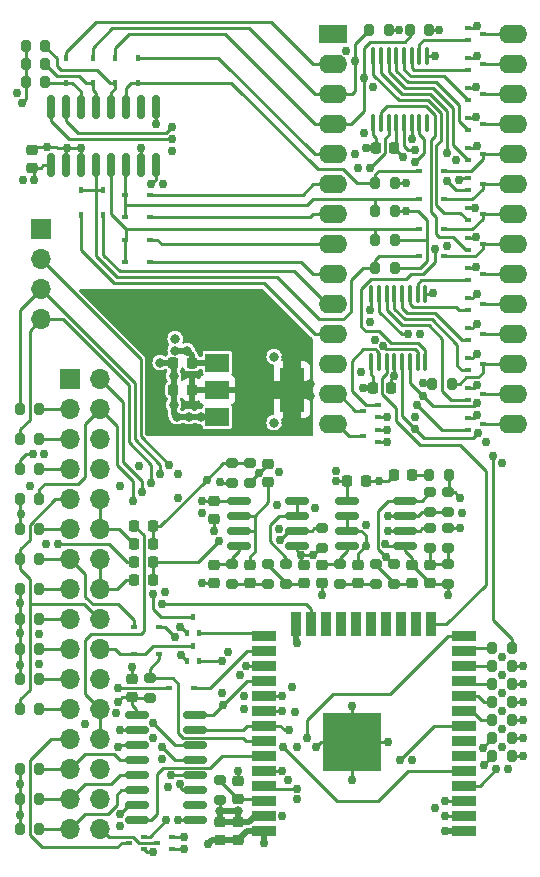
<source format=gbl>
%TF.GenerationSoftware,KiCad,Pcbnew,(6.0.1)*%
%TF.CreationDate,2022-01-21T22:17:13+01:00*%
%TF.ProjectId,bosch-kf163-control,626f7363-682d-46b6-9631-36332d636f6e,1*%
%TF.SameCoordinates,Original*%
%TF.FileFunction,Copper,L4,Bot*%
%TF.FilePolarity,Positive*%
%FSLAX46Y46*%
G04 Gerber Fmt 4.6, Leading zero omitted, Abs format (unit mm)*
G04 Created by KiCad (PCBNEW (6.0.1)) date 2022-01-21 22:17:13*
%MOMM*%
%LPD*%
G01*
G04 APERTURE LIST*
G04 Aperture macros list*
%AMRoundRect*
0 Rectangle with rounded corners*
0 $1 Rounding radius*
0 $2 $3 $4 $5 $6 $7 $8 $9 X,Y pos of 4 corners*
0 Add a 4 corners polygon primitive as box body*
4,1,4,$2,$3,$4,$5,$6,$7,$8,$9,$2,$3,0*
0 Add four circle primitives for the rounded corners*
1,1,$1+$1,$2,$3*
1,1,$1+$1,$4,$5*
1,1,$1+$1,$6,$7*
1,1,$1+$1,$8,$9*
0 Add four rect primitives between the rounded corners*
20,1,$1+$1,$2,$3,$4,$5,0*
20,1,$1+$1,$4,$5,$6,$7,0*
20,1,$1+$1,$6,$7,$8,$9,0*
20,1,$1+$1,$8,$9,$2,$3,0*%
G04 Aperture macros list end*
%TA.AperFunction,ComponentPad*%
%ADD10R,1.700000X1.700000*%
%TD*%
%TA.AperFunction,ComponentPad*%
%ADD11O,1.700000X1.700000*%
%TD*%
%TA.AperFunction,SMDPad,CuDef*%
%ADD12RoundRect,0.225000X-0.250000X0.225000X-0.250000X-0.225000X0.250000X-0.225000X0.250000X0.225000X0*%
%TD*%
%TA.AperFunction,SMDPad,CuDef*%
%ADD13RoundRect,0.200000X0.275000X-0.200000X0.275000X0.200000X-0.275000X0.200000X-0.275000X-0.200000X0*%
%TD*%
%TA.AperFunction,SMDPad,CuDef*%
%ADD14RoundRect,0.200000X0.200000X0.275000X-0.200000X0.275000X-0.200000X-0.275000X0.200000X-0.275000X0*%
%TD*%
%TA.AperFunction,SMDPad,CuDef*%
%ADD15R,0.510000X0.400000*%
%TD*%
%TA.AperFunction,SMDPad,CuDef*%
%ADD16R,0.450000X0.600000*%
%TD*%
%TA.AperFunction,SMDPad,CuDef*%
%ADD17RoundRect,0.200000X-0.200000X-0.275000X0.200000X-0.275000X0.200000X0.275000X-0.200000X0.275000X0*%
%TD*%
%TA.AperFunction,SMDPad,CuDef*%
%ADD18RoundRect,0.200000X-0.275000X0.200000X-0.275000X-0.200000X0.275000X-0.200000X0.275000X0.200000X0*%
%TD*%
%TA.AperFunction,SMDPad,CuDef*%
%ADD19RoundRect,0.225000X0.250000X-0.225000X0.250000X0.225000X-0.250000X0.225000X-0.250000X-0.225000X0*%
%TD*%
%TA.AperFunction,SMDPad,CuDef*%
%ADD20R,2.000000X1.500000*%
%TD*%
%TA.AperFunction,SMDPad,CuDef*%
%ADD21R,2.000000X3.800000*%
%TD*%
%TA.AperFunction,SMDPad,CuDef*%
%ADD22R,0.400000X0.510000*%
%TD*%
%TA.AperFunction,SMDPad,CuDef*%
%ADD23RoundRect,0.225000X0.225000X0.250000X-0.225000X0.250000X-0.225000X-0.250000X0.225000X-0.250000X0*%
%TD*%
%TA.AperFunction,ComponentPad*%
%ADD24R,2.400000X1.600000*%
%TD*%
%TA.AperFunction,ComponentPad*%
%ADD25O,2.400000X1.600000*%
%TD*%
%TA.AperFunction,SMDPad,CuDef*%
%ADD26R,0.600000X0.450000*%
%TD*%
%TA.AperFunction,SMDPad,CuDef*%
%ADD27RoundRect,0.150000X-0.150000X0.825000X-0.150000X-0.825000X0.150000X-0.825000X0.150000X0.825000X0*%
%TD*%
%TA.AperFunction,SMDPad,CuDef*%
%ADD28RoundRect,0.225000X-0.225000X-0.250000X0.225000X-0.250000X0.225000X0.250000X-0.225000X0.250000X0*%
%TD*%
%TA.AperFunction,SMDPad,CuDef*%
%ADD29RoundRect,0.150000X0.825000X0.150000X-0.825000X0.150000X-0.825000X-0.150000X0.825000X-0.150000X0*%
%TD*%
%TA.AperFunction,SMDPad,CuDef*%
%ADD30R,2.000000X0.900000*%
%TD*%
%TA.AperFunction,SMDPad,CuDef*%
%ADD31R,0.900000X2.000000*%
%TD*%
%TA.AperFunction,SMDPad,CuDef*%
%ADD32R,5.000000X5.000000*%
%TD*%
%TA.AperFunction,SMDPad,CuDef*%
%ADD33RoundRect,0.100000X-0.100000X0.637500X-0.100000X-0.637500X0.100000X-0.637500X0.100000X0.637500X0*%
%TD*%
%TA.AperFunction,ViaPad*%
%ADD34C,0.750000*%
%TD*%
%TA.AperFunction,ViaPad*%
%ADD35C,0.800000*%
%TD*%
%TA.AperFunction,Conductor*%
%ADD36C,0.500000*%
%TD*%
%TA.AperFunction,Conductor*%
%ADD37C,0.250000*%
%TD*%
G04 APERTURE END LIST*
D10*
%TO.P,J102,1,Pin_1*%
%TO.N,GND*%
X92145000Y-82560000D03*
D11*
%TO.P,J102,2,Pin_2*%
%TO.N,BOOT*%
X92145000Y-85100000D03*
%TO.P,J102,3,Pin_3*%
%TO.N,RXD*%
X92145000Y-87640000D03*
%TO.P,J102,4,Pin_4*%
%TO.N,TXD*%
X92145000Y-90180000D03*
%TD*%
D12*
%TO.P,C304,1*%
%TO.N,Net-(C304-Pad1)*%
X106807000Y-110985000D03*
%TO.P,C304,2*%
%TO.N,GND*%
X106807000Y-112535000D03*
%TD*%
D13*
%TO.P,R307,1*%
%TO.N,Net-(C307-Pad1)*%
X117475000Y-112585000D03*
%TO.P,R307,2*%
%TO.N,Net-(C308-Pad1)*%
X117475000Y-110935000D03*
%TD*%
D14*
%TO.P,R212,1*%
%TO.N,Net-(D203-Pad1)*%
X132016000Y-121031000D03*
%TO.P,R212,2*%
%TO.N,DigX_D2*%
X130366000Y-121031000D03*
%TD*%
D15*
%TO.P,Q206,1,B*%
%TO.N,A11*%
X128260000Y-79240000D03*
%TO.P,Q206,2,E*%
%TO.N,GND*%
X128260000Y-78240000D03*
%TO.P,Q206,3,C*%
%TO.N,B11*%
X129550000Y-78740000D03*
%TD*%
D10*
%TO.P,J101,1,Pin_1*%
%TO.N,MIC*%
X94615000Y-95250000D03*
D11*
%TO.P,J101,2,Pin_2*%
%TO.N,/SQUELCH*%
X97155000Y-95250000D03*
%TO.P,J101,3,Pin_3*%
%TO.N,Net-(J101-Pad3)*%
X94615000Y-97790000D03*
%TO.P,J101,4,Pin_4*%
%TO.N,SQL_SENSE*%
X97155000Y-97790000D03*
%TO.P,J101,5,Pin_5*%
%TO.N,Net-(J101-Pad5)*%
X94615000Y-100330000D03*
%TO.P,J101,6,Pin_6*%
%TO.N,unconnected-(J101-Pad6)*%
X97155000Y-100330000D03*
%TO.P,J101,7,Pin_7*%
%TO.N,Net-(J101-Pad7)*%
X94615000Y-102870000D03*
%TO.P,J101,8,Pin_8*%
%TO.N,ONOFF*%
X97155000Y-102870000D03*
%TO.P,J101,9,Pin_9*%
%TO.N,+8V*%
X94615000Y-105410000D03*
%TO.P,J101,10,Pin_10*%
%TO.N,TX_FLAT*%
X97155000Y-105410000D03*
%TO.P,J101,11,Pin_11*%
%TO.N,/HUP*%
X94615000Y-107950000D03*
%TO.P,J101,12,Pin_12*%
%TO.N,TX_FLAT*%
X97155000Y-107950000D03*
%TO.P,J101,13,Pin_13*%
%TO.N,St2*%
X94615000Y-110490000D03*
%TO.P,J101,14,Pin_14*%
%TO.N,RX_FLAT*%
X97155000Y-110490000D03*
%TO.P,J101,15,Pin_15*%
%TO.N,/D*%
X94615000Y-113030000D03*
%TO.P,J101,16,Pin_16*%
%TO.N,RX_FLAT*%
X97155000Y-113030000D03*
%TO.P,J101,17,Pin_17*%
%TO.N,/C*%
X94615000Y-115570000D03*
%TO.P,J101,18,Pin_18*%
%TO.N,+8V*%
X97155000Y-115570000D03*
%TO.P,J101,19,Pin_19*%
%TO.N,/B*%
X94615000Y-118110000D03*
%TO.P,J101,20,Pin_20*%
%TO.N,Net-(D101-Pad1)*%
X97155000Y-118110000D03*
%TO.P,J101,21,Pin_21*%
%TO.N,/A*%
X94615000Y-120650000D03*
%TO.P,J101,22,Pin_22*%
%TO.N,GND*%
X97155000Y-120650000D03*
%TO.P,J101,23,Pin_23*%
%TO.N,St1*%
X94615000Y-123190000D03*
%TO.P,J101,24,Pin_24*%
%TO.N,TX_NF*%
X97155000Y-123190000D03*
%TO.P,J101,25,Pin_25*%
%TO.N,/LED_GN*%
X94615000Y-125730000D03*
%TO.P,J101,26,Pin_26*%
%TO.N,TX_NF*%
X97155000Y-125730000D03*
%TO.P,J101,27,Pin_27*%
%TO.N,/DEL*%
X94615000Y-128270000D03*
%TO.P,J101,28,Pin_28*%
%TO.N,VDC*%
X97155000Y-128270000D03*
%TO.P,J101,29,Pin_29*%
%TO.N,/CALL2*%
X94615000Y-130810000D03*
%TO.P,J101,30,Pin_30*%
%TO.N,RX_NF*%
X97155000Y-130810000D03*
%TO.P,J101,31,Pin_31*%
%TO.N,/CALL1*%
X94615000Y-133350000D03*
%TO.P,J101,32,Pin_32*%
%TO.N,Net-(J101-Pad32)*%
X97155000Y-133350000D03*
%TD*%
D15*
%TO.P,Q203,1,B*%
%TO.N,A02*%
X120660000Y-99576000D03*
%TO.P,Q203,2,E*%
%TO.N,GND*%
X120660000Y-100576000D03*
%TO.P,Q203,3,C*%
%TO.N,B02*%
X119370000Y-100076000D03*
%TD*%
%TO.P,Q210,1,B*%
%TO.N,A13*%
X128260000Y-74160000D03*
%TO.P,Q210,2,E*%
%TO.N,GND*%
X128260000Y-73160000D03*
%TO.P,Q210,3,C*%
%TO.N,B13*%
X129550000Y-73660000D03*
%TD*%
%TO.P,Q215,1,B*%
%TO.N,A08*%
X128260000Y-86860000D03*
%TO.P,Q215,2,E*%
%TO.N,GND*%
X128260000Y-85860000D03*
%TO.P,Q215,3,C*%
%TO.N,B08*%
X129550000Y-86360000D03*
%TD*%
D16*
%TO.P,D209,1,K*%
%TO.N,Net-(D209-Pad1)*%
X97409000Y-81314000D03*
%TO.P,D209,2,A*%
%TO.N,Net-(D201-Pad2)*%
X97409000Y-79214000D03*
%TD*%
D14*
%TO.P,R209,1*%
%TO.N,Net-(D212-Pad1)*%
X132016000Y-125603000D03*
%TO.P,R209,2*%
%TO.N,DigX_MA0*%
X130366000Y-125603000D03*
%TD*%
D16*
%TO.P,D206,1,K*%
%TO.N,Net-(D206-Pad1)*%
X94234000Y-68038000D03*
%TO.P,D206,2,A*%
%TO.N,Net-(D206-Pad2)*%
X94234000Y-70138000D03*
%TD*%
D17*
%TO.P,R107,1*%
%TO.N,+3V3*%
X90361000Y-120650000D03*
%TO.P,R107,2*%
%TO.N,/A*%
X92011000Y-120650000D03*
%TD*%
%TO.P,R104,1*%
%TO.N,+3V3*%
X90361000Y-113030000D03*
%TO.P,R104,2*%
%TO.N,/D*%
X92011000Y-113030000D03*
%TD*%
%TO.P,R105,1*%
%TO.N,+3V3*%
X90361000Y-115570000D03*
%TO.P,R105,2*%
%TO.N,/C*%
X92011000Y-115570000D03*
%TD*%
D14*
%TO.P,R202,1*%
%TO.N,+3V3*%
X122110000Y-83439000D03*
%TO.P,R202,2*%
%TO.N,Net-(D202-Pad2)*%
X120460000Y-83439000D03*
%TD*%
D18*
%TO.P,R305,1*%
%TO.N,Net-(R305-Pad1)*%
X122047000Y-110935000D03*
%TO.P,R305,2*%
%TO.N,Net-(C306-Pad1)*%
X122047000Y-112585000D03*
%TD*%
D14*
%TO.P,R217,1*%
%TO.N,B05*%
X126936000Y-95631000D03*
%TO.P,R217,2*%
%TO.N,GND*%
X125286000Y-95631000D03*
%TD*%
D15*
%TO.P,Q204,1,B*%
%TO.N,A10*%
X128260000Y-81780000D03*
%TO.P,Q204,2,E*%
%TO.N,GND*%
X128260000Y-80780000D03*
%TO.P,Q204,3,C*%
%TO.N,B10*%
X129550000Y-81280000D03*
%TD*%
D19*
%TO.P,C306,1*%
%TO.N,Net-(C306-Pad1)*%
X123571000Y-112535000D03*
%TO.P,C306,2*%
%TO.N,GND*%
X123571000Y-110985000D03*
%TD*%
D16*
%TO.P,D205,1,K*%
%TO.N,Net-(D205-Pad1)*%
X96520000Y-68038000D03*
%TO.P,D205,2,A*%
%TO.N,Net-(D205-Pad2)*%
X96520000Y-70138000D03*
%TD*%
%TO.P,D204,1,K*%
%TO.N,Net-(D204-Pad1)*%
X100330000Y-68038000D03*
%TO.P,D204,2,A*%
%TO.N,Net-(D204-Pad2)*%
X100330000Y-70138000D03*
%TD*%
D14*
%TO.P,R214,1*%
%TO.N,Net-(D202-Pad1)*%
X132016000Y-124079000D03*
%TO.P,R214,2*%
%TO.N,DigX_DIV*%
X130366000Y-124079000D03*
%TD*%
D19*
%TO.P,C302,1*%
%TO.N,Net-(C302-Pad1)*%
X114427000Y-112535000D03*
%TO.P,C302,2*%
%TO.N,GND*%
X114427000Y-110985000D03*
%TD*%
D20*
%TO.P,U102,1,GND*%
%TO.N,GND*%
X107086000Y-98439000D03*
%TO.P,U102,2,VO*%
%TO.N,+3V3*%
X107086000Y-96139000D03*
D21*
X113386000Y-96139000D03*
D20*
%TO.P,U102,3,VI*%
%TO.N,+8V*%
X107086000Y-93839000D03*
%TD*%
D17*
%TO.P,R109,1*%
%TO.N,+3V3*%
X90361000Y-130810000D03*
%TO.P,R109,2*%
%TO.N,/CALL2*%
X92011000Y-130810000D03*
%TD*%
D15*
%TO.P,Q208,1,B*%
%TO.N,A12*%
X128260000Y-76700000D03*
%TO.P,Q208,2,E*%
%TO.N,GND*%
X128260000Y-75700000D03*
%TO.P,Q208,3,C*%
%TO.N,B12*%
X129550000Y-76200000D03*
%TD*%
D13*
%TO.P,R313,1*%
%TO.N,GND*%
X126619000Y-112585000D03*
%TO.P,R313,2*%
%TO.N,Net-(C314-Pad1)*%
X126619000Y-110935000D03*
%TD*%
D15*
%TO.P,Q102,1,B*%
%TO.N,MUTE*%
X103261000Y-133993000D03*
%TO.P,Q102,2,E*%
%TO.N,GND*%
X103261000Y-134993000D03*
%TO.P,Q102,3,C*%
%TO.N,Net-(J101-Pad32)*%
X101971000Y-134493000D03*
%TD*%
D12*
%TO.P,C101,1*%
%TO.N,GND*%
X99822000Y-120637000D03*
%TO.P,C101,2*%
%TO.N,+3V3*%
X99822000Y-122187000D03*
%TD*%
%TO.P,C301,1*%
%TO.N,+3V3*%
X106807000Y-105524000D03*
%TO.P,C301,2*%
%TO.N,GND*%
X106807000Y-107074000D03*
%TD*%
D22*
%TO.P,Q103,1,B*%
%TO.N,SQL_OUT*%
X105529000Y-116715000D03*
%TO.P,Q103,2,E*%
%TO.N,GND*%
X104529000Y-116715000D03*
%TO.P,Q103,3,C*%
%TO.N,/SQUELCH*%
X105029000Y-115425000D03*
%TD*%
D13*
%TO.P,R310,1*%
%TO.N,Net-(C314-Pad1)*%
X126619000Y-109537000D03*
%TO.P,R310,2*%
%TO.N,+3V3*%
X126619000Y-107887000D03*
%TD*%
D23*
%TO.P,C203,1*%
%TO.N,GND*%
X122060000Y-75692000D03*
%TO.P,C203,2*%
%TO.N,+3V3*%
X120510000Y-75692000D03*
%TD*%
%TO.P,C311,1*%
%TO.N,Net-(C310-Pad1)*%
X101613000Y-107696000D03*
%TO.P,C311,2*%
%TO.N,TX_NF*%
X100063000Y-107696000D03*
%TD*%
D13*
%TO.P,R114,1*%
%TO.N,+3V3*%
X107315000Y-130873000D03*
%TO.P,R114,2*%
%TO.N,Net-(C106-Pad1)*%
X107315000Y-129223000D03*
%TD*%
D24*
%TO.P,J201,1,Pin_1*%
%TO.N,GND*%
X116840000Y-66040000D03*
D25*
%TO.P,J201,2,Pin_2*%
%TO.N,Net-(D206-Pad1)*%
X116840000Y-68580000D03*
%TO.P,J201,3,Pin_3*%
%TO.N,Net-(D205-Pad1)*%
X116840000Y-71120000D03*
%TO.P,J201,4,Pin_4*%
%TO.N,Net-(D212-Pad1)*%
X116840000Y-73660000D03*
%TO.P,J201,5,Pin_5*%
%TO.N,Net-(D204-Pad1)*%
X116840000Y-76200000D03*
%TO.P,J201,6,Pin_6*%
%TO.N,Net-(D211-Pad1)*%
X116840000Y-78740000D03*
%TO.P,J201,7,Pin_7*%
%TO.N,Net-(D203-Pad1)*%
X116840000Y-81280000D03*
%TO.P,J201,8,Pin_8*%
%TO.N,Net-(D210-Pad1)*%
X116840000Y-83820000D03*
%TO.P,J201,9,Pin_9*%
%TO.N,Net-(D202-Pad1)*%
X116840000Y-86360000D03*
%TO.P,J201,10,Pin_10*%
%TO.N,Net-(D209-Pad1)*%
X116840000Y-88900000D03*
%TO.P,J201,11,Pin_11*%
%TO.N,Net-(D201-Pad1)*%
X116840000Y-91440000D03*
%TO.P,J201,12,Pin_12*%
%TO.N,unconnected-(J201-Pad12)*%
X116840000Y-93980000D03*
%TO.P,J201,13,Pin_13*%
%TO.N,B01*%
X116840000Y-96520000D03*
%TO.P,J201,14,Pin_14*%
%TO.N,B02*%
X116840000Y-99060000D03*
%TO.P,J201,15,Pin_15*%
%TO.N,B03*%
X132080000Y-99060000D03*
%TO.P,J201,16,Pin_16*%
%TO.N,B04*%
X132080000Y-96520000D03*
%TO.P,J201,17,Pin_17*%
%TO.N,B05*%
X132080000Y-93980000D03*
%TO.P,J201,18,Pin_18*%
%TO.N,B06*%
X132080000Y-91440000D03*
%TO.P,J201,19,Pin_19*%
%TO.N,B07*%
X132080000Y-88900000D03*
%TO.P,J201,20,Pin_20*%
%TO.N,B08*%
X132080000Y-86360000D03*
%TO.P,J201,21,Pin_21*%
%TO.N,B09*%
X132080000Y-83820000D03*
%TO.P,J201,22,Pin_22*%
%TO.N,B10*%
X132080000Y-81280000D03*
%TO.P,J201,23,Pin_23*%
%TO.N,B11*%
X132080000Y-78740000D03*
%TO.P,J201,24,Pin_24*%
%TO.N,B12*%
X132080000Y-76200000D03*
%TO.P,J201,25,Pin_25*%
%TO.N,B13*%
X132080000Y-73660000D03*
%TO.P,J201,26,Pin_26*%
%TO.N,B14*%
X132080000Y-71120000D03*
%TO.P,J201,27,Pin_27*%
%TO.N,B15*%
X132080000Y-68580000D03*
%TO.P,J201,28,Pin_28*%
%TO.N,B16*%
X132080000Y-66040000D03*
%TD*%
D17*
%TO.P,R108,1*%
%TO.N,+3V3*%
X90361000Y-128270000D03*
%TO.P,R108,2*%
%TO.N,/DEL*%
X92011000Y-128270000D03*
%TD*%
D26*
%TO.P,D214,1,K*%
%TO.N,B09*%
X126272000Y-84836000D03*
%TO.P,D214,2,A*%
%TO.N,Net-(D201-Pad2)*%
X124172000Y-84836000D03*
%TD*%
D19*
%TO.P,C303,1*%
%TO.N,Net-(C303-Pad1)*%
X109855000Y-112535000D03*
%TO.P,C303,2*%
%TO.N,Net-(C303-Pad2)*%
X109855000Y-110985000D03*
%TD*%
D14*
%TO.P,R117,1*%
%TO.N,Net-(J101-Pad3)*%
X92011000Y-97790000D03*
%TO.P,R117,2*%
%TO.N,RXD*%
X90361000Y-97790000D03*
%TD*%
D26*
%TO.P,D202,1,K*%
%TO.N,Net-(D202-Pad1)*%
X101380000Y-85344000D03*
%TO.P,D202,2,A*%
%TO.N,Net-(D202-Pad2)*%
X99280000Y-85344000D03*
%TD*%
D14*
%TO.P,R213,1*%
%TO.N,Net-(D210-Pad1)*%
X132016000Y-122555000D03*
%TO.P,R213,2*%
%TO.N,DigX_D3*%
X130366000Y-122555000D03*
%TD*%
D27*
%TO.P,U202,1,~{PL}*%
%TO.N,LATCH*%
X92964000Y-72201000D03*
%TO.P,U202,2,CP*%
%TO.N,CLK*%
X94234000Y-72201000D03*
%TO.P,U202,3,D4*%
%TO.N,Net-(D206-Pad2)*%
X95504000Y-72201000D03*
%TO.P,U202,4,D5*%
%TO.N,Net-(D205-Pad2)*%
X96774000Y-72201000D03*
%TO.P,U202,5,D6*%
%TO.N,Net-(D212-Pad2)*%
X98044000Y-72201000D03*
%TO.P,U202,6,D7*%
%TO.N,Net-(D204-Pad2)*%
X99314000Y-72201000D03*
%TO.P,U202,7,~{Q7}*%
%TO.N,unconnected-(U202-Pad7)*%
X100584000Y-72201000D03*
%TO.P,U202,8,GND*%
%TO.N,GND*%
X101854000Y-72201000D03*
%TO.P,U202,9,Q7*%
%TO.N,MISO_PLL*%
X101854000Y-77151000D03*
%TO.P,U202,10,DS*%
%TO.N,GND*%
X100584000Y-77151000D03*
%TO.P,U202,11,D0*%
%TO.N,Net-(D203-Pad2)*%
X99314000Y-77151000D03*
%TO.P,U202,12,D1*%
%TO.N,Net-(D202-Pad2)*%
X98044000Y-77151000D03*
%TO.P,U202,13,D2*%
%TO.N,Net-(D201-Pad2)*%
X96774000Y-77151000D03*
%TO.P,U202,14,D3*%
%TO.N,GND*%
X95504000Y-77151000D03*
%TO.P,U202,15,~{CE}*%
X94234000Y-77151000D03*
%TO.P,U202,16,VCC*%
%TO.N,+3V3*%
X92964000Y-77151000D03*
%TD*%
D28*
%TO.P,C305,1*%
%TO.N,+3V3*%
X118097000Y-103886000D03*
%TO.P,C305,2*%
%TO.N,GND*%
X119647000Y-103886000D03*
%TD*%
D19*
%TO.P,C309,1*%
%TO.N,Net-(C303-Pad2)*%
X111379000Y-103962500D03*
%TO.P,C309,2*%
%TO.N,Net-(C309-Pad2)*%
X111379000Y-102412500D03*
%TD*%
%TO.P,C307,1*%
%TO.N,Net-(C307-Pad1)*%
X118999000Y-112535000D03*
%TO.P,C307,2*%
%TO.N,ADC1*%
X118999000Y-110985000D03*
%TD*%
D26*
%TO.P,D207,1,K*%
%TO.N,B12*%
X126272000Y-77597000D03*
%TO.P,D207,2,A*%
%TO.N,Net-(D204-Pad2)*%
X124172000Y-77597000D03*
%TD*%
D15*
%TO.P,Q201,1,B*%
%TO.N,A01*%
X120660000Y-97417000D03*
%TO.P,Q201,2,E*%
%TO.N,GND*%
X120660000Y-98417000D03*
%TO.P,Q201,3,C*%
%TO.N,B01*%
X119370000Y-97917000D03*
%TD*%
D13*
%TO.P,R309,1*%
%TO.N,GND*%
X108331000Y-104012500D03*
%TO.P,R309,2*%
%TO.N,Net-(C310-Pad1)*%
X108331000Y-102362500D03*
%TD*%
D12*
%TO.P,C201,1*%
%TO.N,GND*%
X91413000Y-75806000D03*
%TO.P,C201,2*%
%TO.N,+3V3*%
X91413000Y-77356000D03*
%TD*%
D14*
%TO.P,R203,1*%
%TO.N,+3V3*%
X122110000Y-81026000D03*
%TO.P,R203,2*%
%TO.N,Net-(D203-Pad2)*%
X120460000Y-81026000D03*
%TD*%
D15*
%TO.P,Q209,1,B*%
%TO.N,A05*%
X128260000Y-94480000D03*
%TO.P,Q209,2,E*%
%TO.N,GND*%
X128260000Y-93480000D03*
%TO.P,Q209,3,C*%
%TO.N,B05*%
X129550000Y-93980000D03*
%TD*%
D17*
%TO.P,R215,1*%
%TO.N,Net-(D205-Pad1)*%
X119952000Y-65659000D03*
%TO.P,R215,2*%
%TO.N,GND*%
X121602000Y-65659000D03*
%TD*%
D26*
%TO.P,D203,1,K*%
%TO.N,Net-(D203-Pad1)*%
X101380000Y-81534000D03*
%TO.P,D203,2,A*%
%TO.N,Net-(D203-Pad2)*%
X99280000Y-81534000D03*
%TD*%
D14*
%TO.P,R208,1*%
%TO.N,Net-(D205-Pad1)*%
X132016000Y-127127000D03*
%TO.P,R208,2*%
%TO.N,DigX_MA1*%
X130366000Y-127127000D03*
%TD*%
D19*
%TO.P,C106,1*%
%TO.N,Net-(C106-Pad1)*%
X108839000Y-130823000D03*
%TO.P,C106,2*%
%TO.N,GND*%
X108839000Y-129273000D03*
%TD*%
D23*
%TO.P,C310,1*%
%TO.N,Net-(C310-Pad1)*%
X101613000Y-109220000D03*
%TO.P,C310,2*%
%TO.N,TX_FLAT*%
X100063000Y-109220000D03*
%TD*%
%TO.P,C202,1*%
%TO.N,GND*%
X121806000Y-96012000D03*
%TO.P,C202,2*%
%TO.N,+3V3*%
X120256000Y-96012000D03*
%TD*%
D12*
%TO.P,C102,1*%
%TO.N,+3V3*%
X107315000Y-132702000D03*
%TO.P,C102,2*%
%TO.N,GND*%
X107315000Y-134252000D03*
%TD*%
D23*
%TO.P,C315,1*%
%TO.N,Net-(C315-Pad1)*%
X123584000Y-103378000D03*
%TO.P,C315,2*%
%TO.N,GND*%
X122034000Y-103378000D03*
%TD*%
D14*
%TO.P,R115,1*%
%TO.N,Net-(J101-Pad7)*%
X92011000Y-102870000D03*
%TO.P,R115,2*%
%TO.N,BOOT*%
X90361000Y-102870000D03*
%TD*%
D13*
%TO.P,R304,1*%
%TO.N,GND*%
X115951000Y-109537000D03*
%TO.P,R304,2*%
%TO.N,DAC1*%
X115951000Y-107887000D03*
%TD*%
D17*
%TO.P,R206,1*%
%TO.N,+3V3*%
X90869000Y-70104000D03*
%TO.P,R206,2*%
%TO.N,Net-(D206-Pad2)*%
X92519000Y-70104000D03*
%TD*%
D15*
%TO.P,Q212,1,B*%
%TO.N,A14*%
X128260000Y-71620000D03*
%TO.P,Q212,2,E*%
%TO.N,GND*%
X128260000Y-70620000D03*
%TO.P,Q212,3,C*%
%TO.N,B14*%
X129550000Y-71120000D03*
%TD*%
D13*
%TO.P,R314,1*%
%TO.N,Net-(R314-Pad1)*%
X125095000Y-106489000D03*
%TO.P,R314,2*%
%TO.N,Net-(R305-Pad1)*%
X125095000Y-104839000D03*
%TD*%
D17*
%TO.P,R216,1*%
%TO.N,Net-(D212-Pad1)*%
X123381000Y-65659000D03*
%TO.P,R216,2*%
%TO.N,GND*%
X125031000Y-65659000D03*
%TD*%
D23*
%TO.P,C105,1*%
%TO.N,+3V3*%
X104915000Y-96139000D03*
%TO.P,C105,2*%
%TO.N,GND*%
X103365000Y-96139000D03*
%TD*%
D28*
%TO.P,C312,1*%
%TO.N,RX_FLAT*%
X100063000Y-112268000D03*
%TO.P,C312,2*%
%TO.N,Net-(C312-Pad2)*%
X101613000Y-112268000D03*
%TD*%
D14*
%TO.P,R116,1*%
%TO.N,Net-(J101-Pad5)*%
X92011000Y-100330000D03*
%TO.P,R116,2*%
%TO.N,TXD*%
X90361000Y-100330000D03*
%TD*%
D29*
%TO.P,U302,1*%
%TO.N,Net-(R305-Pad1)*%
X122998000Y-105537000D03*
%TO.P,U302,2,-*%
%TO.N,Net-(R314-Pad1)*%
X122998000Y-106807000D03*
%TO.P,U302,3,+*%
%TO.N,Net-(C312-Pad2)*%
X122998000Y-108077000D03*
%TO.P,U302,4,V-*%
%TO.N,GND*%
X122998000Y-109347000D03*
%TO.P,U302,5,+*%
%TO.N,Net-(C308-Pad1)*%
X118048000Y-109347000D03*
%TO.P,U302,6,-*%
%TO.N,ADC1*%
X118048000Y-108077000D03*
%TO.P,U302,7*%
X118048000Y-106807000D03*
%TO.P,U302,8,V+*%
%TO.N,+3V3*%
X118048000Y-105537000D03*
%TD*%
D30*
%TO.P,U103,1,GND*%
%TO.N,GND*%
X110991000Y-133484000D03*
%TO.P,U103,2,VDD*%
%TO.N,+3V3*%
X110991000Y-132214000D03*
%TO.P,U103,3,EN*%
%TO.N,Net-(C106-Pad1)*%
X110991000Y-130944000D03*
%TO.P,U103,4,SENSOR_VP*%
%TO.N,DigX_MA1*%
X110991000Y-129674000D03*
%TO.P,U103,5,SENSOR_VN*%
%TO.N,DigX_MA0*%
X110991000Y-128404000D03*
%TO.P,U103,6,IO34*%
%TO.N,MISO*%
X110991000Y-127134000D03*
%TO.P,U103,7,IO35*%
%TO.N,PTT_SENSE*%
X110991000Y-125864000D03*
%TO.P,U103,8,IO32*%
%TO.N,CLK*%
X110991000Y-124594000D03*
%TO.P,U103,9,IO33*%
%TO.N,ADC1*%
X110991000Y-123324000D03*
%TO.P,U103,10,IO25*%
%TO.N,DAC1*%
X110991000Y-122054000D03*
%TO.P,U103,11,IO26*%
%TO.N,LATCH*%
X110991000Y-120784000D03*
%TO.P,U103,12,IO27*%
%TO.N,PTT_OUT*%
X110991000Y-119514000D03*
%TO.P,U103,13,IO14*%
%TO.N,Net-(D102-Pad1)*%
X110991000Y-118244000D03*
%TO.P,U103,14,IO12*%
%TO.N,SQL_OUT*%
X110991000Y-116974000D03*
D31*
%TO.P,U103,15,GND*%
%TO.N,GND*%
X113776000Y-115974000D03*
%TO.P,U103,16,IO13*%
%TO.N,SQL_SENSE*%
X115046000Y-115974000D03*
%TO.P,U103,17,SHD/SD2*%
%TO.N,unconnected-(U103-Pad17)*%
X116316000Y-115974000D03*
%TO.P,U103,18,SWP/SD3*%
%TO.N,unconnected-(U103-Pad18)*%
X117586000Y-115974000D03*
%TO.P,U103,19,SCS/CMD*%
%TO.N,unconnected-(U103-Pad19)*%
X118856000Y-115974000D03*
%TO.P,U103,20,SCK/CLK*%
%TO.N,unconnected-(U103-Pad20)*%
X120126000Y-115974000D03*
%TO.P,U103,21,SDO/SD0*%
%TO.N,unconnected-(U103-Pad21)*%
X121396000Y-115974000D03*
%TO.P,U103,22,SDI/SD1*%
%TO.N,unconnected-(U103-Pad22)*%
X122666000Y-115974000D03*
%TO.P,U103,23,IO15*%
%TO.N,unconnected-(U103-Pad23)*%
X123936000Y-115974000D03*
%TO.P,U103,24,IO2*%
%TO.N,MOSI*%
X125206000Y-115974000D03*
D30*
%TO.P,U103,25,IO0*%
%TO.N,BOOT*%
X127991000Y-116974000D03*
%TO.P,U103,26,IO4*%
%TO.N,DigX_D0*%
X127991000Y-118244000D03*
%TO.P,U103,27,IO16*%
%TO.N,DigX_D1*%
X127991000Y-119514000D03*
%TO.P,U103,28,IO17*%
%TO.N,DigX_D2*%
X127991000Y-120784000D03*
%TO.P,U103,29,IO5*%
%TO.N,DigX_D3*%
X127991000Y-122054000D03*
%TO.P,U103,30,IO18*%
%TO.N,DigX_DIV*%
X127991000Y-123324000D03*
%TO.P,U103,31,IO19*%
%TO.N,Net-(D103-Pad1)*%
X127991000Y-124594000D03*
%TO.P,U103,32,NC*%
%TO.N,unconnected-(U103-Pad32)*%
X127991000Y-125864000D03*
%TO.P,U103,33,IO21*%
%TO.N,unconnected-(U103-Pad33)*%
X127991000Y-127134000D03*
%TO.P,U103,34,RXD0/IO3*%
%TO.N,RXD*%
X127991000Y-128404000D03*
%TO.P,U103,35,TXD0/IO1*%
%TO.N,TXD*%
X127991000Y-129674000D03*
%TO.P,U103,36,IO22*%
%TO.N,LED*%
X127991000Y-130944000D03*
%TO.P,U103,37,IO23*%
%TO.N,MUTE*%
X127991000Y-132214000D03*
%TO.P,U103,38,GND*%
%TO.N,GND*%
X127991000Y-133484000D03*
D32*
%TO.P,U103,39,GND*%
X118491000Y-125984000D03*
%TD*%
D17*
%TO.P,R204,1*%
%TO.N,+3V3*%
X90869000Y-67056000D03*
%TO.P,R204,2*%
%TO.N,Net-(D212-Pad2)*%
X92519000Y-67056000D03*
%TD*%
D12*
%TO.P,C314,1*%
%TO.N,Net-(C314-Pad1)*%
X125095000Y-110985000D03*
%TO.P,C314,2*%
%TO.N,GND*%
X125095000Y-112535000D03*
%TD*%
D15*
%TO.P,Q202,1,B*%
%TO.N,A09*%
X128260000Y-84320000D03*
%TO.P,Q202,2,E*%
%TO.N,GND*%
X128260000Y-83320000D03*
%TO.P,Q202,3,C*%
%TO.N,B09*%
X129550000Y-83820000D03*
%TD*%
D26*
%TO.P,D211,1,K*%
%TO.N,Net-(D211-Pad1)*%
X101380000Y-79629000D03*
%TO.P,D211,2,A*%
%TO.N,Net-(D203-Pad2)*%
X99280000Y-79629000D03*
%TD*%
D15*
%TO.P,Q104,1,B*%
%TO.N,LED*%
X100848000Y-133993000D03*
%TO.P,Q104,2,E*%
%TO.N,GND*%
X100848000Y-134993000D03*
%TO.P,Q104,3,C*%
%TO.N,/LED_GN*%
X99558000Y-134493000D03*
%TD*%
D26*
%TO.P,D101,1,K*%
%TO.N,Net-(D101-Pad1)*%
X100042000Y-118491000D03*
%TO.P,D101,2,A*%
%TO.N,PTT_SENSE*%
X102142000Y-118491000D03*
%TD*%
D17*
%TO.P,R106,1*%
%TO.N,+3V3*%
X90361000Y-118110000D03*
%TO.P,R106,2*%
%TO.N,/B*%
X92011000Y-118110000D03*
%TD*%
D16*
%TO.P,D201,1,K*%
%TO.N,Net-(D201-Pad1)*%
X95504000Y-81314000D03*
%TO.P,D201,2,A*%
%TO.N,Net-(D201-Pad2)*%
X95504000Y-79214000D03*
%TD*%
D13*
%TO.P,R303,1*%
%TO.N,Net-(C303-Pad1)*%
X108331000Y-112585000D03*
%TO.P,R303,2*%
%TO.N,Net-(C304-Pad1)*%
X108331000Y-110935000D03*
%TD*%
D17*
%TO.P,R110,1*%
%TO.N,+3V3*%
X90361000Y-133350000D03*
%TO.P,R110,2*%
%TO.N,/CALL1*%
X92011000Y-133350000D03*
%TD*%
D14*
%TO.P,R211,1*%
%TO.N,Net-(D211-Pad1)*%
X132016000Y-119507000D03*
%TO.P,R211,2*%
%TO.N,DigX_D1*%
X130366000Y-119507000D03*
%TD*%
D26*
%TO.P,D208,1,K*%
%TO.N,B10*%
X126272000Y-82550000D03*
%TO.P,D208,2,A*%
%TO.N,Net-(D202-Pad2)*%
X124172000Y-82550000D03*
%TD*%
D17*
%TO.P,R205,1*%
%TO.N,+3V3*%
X90869000Y-68580000D03*
%TO.P,R205,2*%
%TO.N,Net-(D205-Pad2)*%
X92519000Y-68580000D03*
%TD*%
D15*
%TO.P,Q213,1,B*%
%TO.N,A07*%
X128260000Y-89400000D03*
%TO.P,Q213,2,E*%
%TO.N,GND*%
X128260000Y-88400000D03*
%TO.P,Q213,3,C*%
%TO.N,B07*%
X129550000Y-88900000D03*
%TD*%
D13*
%TO.P,R111,1*%
%TO.N,+3V3*%
X101346000Y-122237000D03*
%TO.P,R111,2*%
%TO.N,PTT_SENSE*%
X101346000Y-120587000D03*
%TD*%
D15*
%TO.P,Q216,1,B*%
%TO.N,A16*%
X128260000Y-66540000D03*
%TO.P,Q216,2,E*%
%TO.N,GND*%
X128260000Y-65540000D03*
%TO.P,Q216,3,C*%
%TO.N,B16*%
X129550000Y-66040000D03*
%TD*%
D22*
%TO.P,Q101,1,B*%
%TO.N,PTT_OUT*%
X105529000Y-119136000D03*
%TO.P,Q101,2,E*%
%TO.N,GND*%
X104529000Y-119136000D03*
%TO.P,Q101,3,C*%
%TO.N,Net-(D101-Pad1)*%
X105029000Y-117846000D03*
%TD*%
D23*
%TO.P,C104,1*%
%TO.N,+8V*%
X104915000Y-93853000D03*
%TO.P,C104,2*%
%TO.N,GND*%
X103365000Y-93853000D03*
%TD*%
D18*
%TO.P,R306,1*%
%TO.N,Net-(C306-Pad1)*%
X120523000Y-110935000D03*
%TO.P,R306,2*%
%TO.N,Net-(C307-Pad1)*%
X120523000Y-112585000D03*
%TD*%
D17*
%TO.P,R102,1*%
%TO.N,+8V*%
X90361000Y-110490000D03*
%TO.P,R102,2*%
%TO.N,St2*%
X92011000Y-110490000D03*
%TD*%
D12*
%TO.P,C103,1*%
%TO.N,+3V3*%
X108839000Y-132702000D03*
%TO.P,C103,2*%
%TO.N,GND*%
X108839000Y-134252000D03*
%TD*%
D26*
%TO.P,D210,1,K*%
%TO.N,Net-(D210-Pad1)*%
X101380000Y-83439000D03*
%TO.P,D210,2,A*%
%TO.N,Net-(D202-Pad2)*%
X99280000Y-83439000D03*
%TD*%
D29*
%TO.P,U301,1*%
%TO.N,Net-(R301-Pad1)*%
X113854000Y-105537000D03*
%TO.P,U301,2,-*%
X113854000Y-106807000D03*
%TO.P,U301,3,+*%
%TO.N,DAC1*%
X113854000Y-108077000D03*
%TO.P,U301,4,V-*%
%TO.N,GND*%
X113854000Y-109347000D03*
%TO.P,U301,5,+*%
%TO.N,Net-(C304-Pad1)*%
X108904000Y-109347000D03*
%TO.P,U301,6,-*%
%TO.N,Net-(C303-Pad2)*%
X108904000Y-108077000D03*
%TO.P,U301,7*%
X108904000Y-106807000D03*
%TO.P,U301,8,V+*%
%TO.N,+3V3*%
X108904000Y-105537000D03*
%TD*%
D17*
%TO.P,R312,1*%
%TO.N,Net-(C315-Pad1)*%
X125032000Y-103378000D03*
%TO.P,R312,2*%
%TO.N,Net-(R312-Pad2)*%
X126682000Y-103378000D03*
%TD*%
D12*
%TO.P,C308,1*%
%TO.N,Net-(C308-Pad1)*%
X115951000Y-110985000D03*
%TO.P,C308,2*%
%TO.N,GND*%
X115951000Y-112535000D03*
%TD*%
D28*
%TO.P,C313,1*%
%TO.N,RX_NF*%
X100063000Y-110744000D03*
%TO.P,C313,2*%
%TO.N,Net-(C312-Pad2)*%
X101613000Y-110744000D03*
%TD*%
D33*
%TO.P,U203,1,QB*%
%TO.N,A10*%
X120280000Y-67876500D03*
%TO.P,U203,2,QC*%
%TO.N,A11*%
X120930000Y-67876500D03*
%TO.P,U203,3,QD*%
%TO.N,A12*%
X121580000Y-67876500D03*
%TO.P,U203,4,QE*%
%TO.N,A13*%
X122230000Y-67876500D03*
%TO.P,U203,5,QF*%
%TO.N,A14*%
X122880000Y-67876500D03*
%TO.P,U203,6,QG*%
%TO.N,A15*%
X123530000Y-67876500D03*
%TO.P,U203,7,QH*%
%TO.N,A16*%
X124180000Y-67876500D03*
%TO.P,U203,8,GND*%
%TO.N,GND*%
X124830000Y-67876500D03*
%TO.P,U203,9,QH'*%
%TO.N,unconnected-(U203-Pad9)*%
X124830000Y-73601500D03*
%TO.P,U203,10,~{SRCLR}*%
%TO.N,+3V3*%
X124180000Y-73601500D03*
%TO.P,U203,11,SRCLK*%
%TO.N,CLK*%
X123530000Y-73601500D03*
%TO.P,U203,12,RCLK*%
%TO.N,LATCH*%
X122880000Y-73601500D03*
%TO.P,U203,13,~{OE}*%
%TO.N,GND*%
X122230000Y-73601500D03*
%TO.P,U203,14,SER*%
%TO.N,Net-(U201-Pad9)*%
X121580000Y-73601500D03*
%TO.P,U203,15,QA*%
%TO.N,A09*%
X120930000Y-73601500D03*
%TO.P,U203,16,VCC*%
%TO.N,+3V3*%
X120280000Y-73601500D03*
%TD*%
D17*
%TO.P,R101,1*%
%TO.N,+8V*%
X90361000Y-123190000D03*
%TO.P,R101,2*%
%TO.N,St1*%
X92011000Y-123190000D03*
%TD*%
D14*
%TO.P,R210,1*%
%TO.N,Net-(D204-Pad1)*%
X132016000Y-117983000D03*
%TO.P,R210,2*%
%TO.N,DigX_D0*%
X130366000Y-117983000D03*
%TD*%
D18*
%TO.P,R308,1*%
%TO.N,Net-(C310-Pad1)*%
X109855000Y-102362500D03*
%TO.P,R308,2*%
%TO.N,Net-(C309-Pad2)*%
X109855000Y-104012500D03*
%TD*%
D16*
%TO.P,D212,1,K*%
%TO.N,Net-(D212-Pad1)*%
X98425000Y-68038000D03*
%TO.P,D212,2,A*%
%TO.N,Net-(D212-Pad2)*%
X98425000Y-70138000D03*
%TD*%
D29*
%TO.P,U101,1,~{PL}*%
%TO.N,LATCH*%
X105218000Y-123698000D03*
%TO.P,U101,2,CP*%
%TO.N,CLK*%
X105218000Y-124968000D03*
%TO.P,U101,3,D4*%
%TO.N,/B*%
X105218000Y-126238000D03*
%TO.P,U101,4,D5*%
%TO.N,/C*%
X105218000Y-127508000D03*
%TO.P,U101,5,D6*%
%TO.N,/D*%
X105218000Y-128778000D03*
%TO.P,U101,6,D7*%
%TO.N,/HUP*%
X105218000Y-130048000D03*
%TO.P,U101,7,~{Q7}*%
%TO.N,unconnected-(U101-Pad7)*%
X105218000Y-131318000D03*
%TO.P,U101,8,GND*%
%TO.N,GND*%
X105218000Y-132588000D03*
%TO.P,U101,9,Q7*%
%TO.N,MISO*%
X100268000Y-132588000D03*
%TO.P,U101,10,DS*%
%TO.N,MISO_PLL*%
X100268000Y-131318000D03*
%TO.P,U101,11,D0*%
%TO.N,/CALL1*%
X100268000Y-130048000D03*
%TO.P,U101,12,D1*%
%TO.N,/CALL2*%
X100268000Y-128778000D03*
%TO.P,U101,13,D2*%
%TO.N,/DEL*%
X100268000Y-127508000D03*
%TO.P,U101,14,D3*%
%TO.N,/A*%
X100268000Y-126238000D03*
%TO.P,U101,15,~{CE}*%
%TO.N,GND*%
X100268000Y-124968000D03*
%TO.P,U101,16,VCC*%
%TO.N,+3V3*%
X100268000Y-123698000D03*
%TD*%
D26*
%TO.P,D102,1,K*%
%TO.N,Net-(D102-Pad1)*%
X105063000Y-121412000D03*
%TO.P,D102,2,A*%
%TO.N,St1*%
X102963000Y-121412000D03*
%TD*%
D15*
%TO.P,Q211,1,B*%
%TO.N,A06*%
X128260000Y-91940000D03*
%TO.P,Q211,2,E*%
%TO.N,GND*%
X128260000Y-90940000D03*
%TO.P,Q211,3,C*%
%TO.N,B06*%
X129550000Y-91440000D03*
%TD*%
D18*
%TO.P,R301,1*%
%TO.N,Net-(R301-Pad1)*%
X112903000Y-110935000D03*
%TO.P,R301,2*%
%TO.N,Net-(C302-Pad1)*%
X112903000Y-112585000D03*
%TD*%
D26*
%TO.P,D103,1,K*%
%TO.N,Net-(D103-Pad1)*%
X102142000Y-116205000D03*
%TO.P,D103,2,A*%
%TO.N,St2*%
X100042000Y-116205000D03*
%TD*%
D33*
%TO.P,U201,1,QB*%
%TO.N,A02*%
X120127000Y-88069500D03*
%TO.P,U201,2,QC*%
%TO.N,A03*%
X120777000Y-88069500D03*
%TO.P,U201,3,QD*%
%TO.N,A04*%
X121427000Y-88069500D03*
%TO.P,U201,4,QE*%
%TO.N,A05*%
X122077000Y-88069500D03*
%TO.P,U201,5,QF*%
%TO.N,A06*%
X122727000Y-88069500D03*
%TO.P,U201,6,QG*%
%TO.N,A07*%
X123377000Y-88069500D03*
%TO.P,U201,7,QH*%
%TO.N,A08*%
X124027000Y-88069500D03*
%TO.P,U201,8,GND*%
%TO.N,GND*%
X124677000Y-88069500D03*
%TO.P,U201,9,QH'*%
%TO.N,Net-(U201-Pad9)*%
X124677000Y-93794500D03*
%TO.P,U201,10,~{SRCLR}*%
%TO.N,+3V3*%
X124027000Y-93794500D03*
%TO.P,U201,11,SRCLK*%
%TO.N,CLK*%
X123377000Y-93794500D03*
%TO.P,U201,12,RCLK*%
%TO.N,LATCH*%
X122727000Y-93794500D03*
%TO.P,U201,13,~{OE}*%
%TO.N,GND*%
X122077000Y-93794500D03*
%TO.P,U201,14,SER*%
%TO.N,MOSI*%
X121427000Y-93794500D03*
%TO.P,U201,15,QA*%
%TO.N,A01*%
X120777000Y-93794500D03*
%TO.P,U201,16,VCC*%
%TO.N,+3V3*%
X120127000Y-93794500D03*
%TD*%
D18*
%TO.P,R302,1*%
%TO.N,Net-(C302-Pad1)*%
X111379000Y-110935000D03*
%TO.P,R302,2*%
%TO.N,Net-(C303-Pad1)*%
X111379000Y-112585000D03*
%TD*%
D15*
%TO.P,Q205,1,B*%
%TO.N,A03*%
X128260000Y-99560000D03*
%TO.P,Q205,2,E*%
%TO.N,GND*%
X128260000Y-98560000D03*
%TO.P,Q205,3,C*%
%TO.N,B03*%
X129550000Y-99060000D03*
%TD*%
D14*
%TO.P,R207,1*%
%TO.N,+3V3*%
X122110000Y-78613000D03*
%TO.P,R207,2*%
%TO.N,Net-(D204-Pad2)*%
X120460000Y-78613000D03*
%TD*%
D17*
%TO.P,R103,1*%
%TO.N,+3V3*%
X90361000Y-107950000D03*
%TO.P,R103,2*%
%TO.N,/HUP*%
X92011000Y-107950000D03*
%TD*%
D15*
%TO.P,Q214,1,B*%
%TO.N,A15*%
X128260000Y-69080000D03*
%TO.P,Q214,2,E*%
%TO.N,GND*%
X128260000Y-68080000D03*
%TO.P,Q214,3,C*%
%TO.N,B15*%
X129550000Y-68580000D03*
%TD*%
D18*
%TO.P,R315,1*%
%TO.N,Net-(R312-Pad2)*%
X126619000Y-104839000D03*
%TO.P,R315,2*%
%TO.N,Net-(R314-Pad1)*%
X126619000Y-106489000D03*
%TD*%
D26*
%TO.P,D213,1,K*%
%TO.N,B11*%
X126272000Y-80010000D03*
%TO.P,D213,2,A*%
%TO.N,Net-(D203-Pad2)*%
X124172000Y-80010000D03*
%TD*%
D17*
%TO.P,R112,1*%
%TO.N,+3V3*%
X90361000Y-105410000D03*
%TO.P,R112,2*%
%TO.N,SQL_SENSE*%
X92011000Y-105410000D03*
%TD*%
D14*
%TO.P,R201,1*%
%TO.N,+3V3*%
X122110000Y-85852000D03*
%TO.P,R201,2*%
%TO.N,Net-(D201-Pad2)*%
X120460000Y-85852000D03*
%TD*%
D15*
%TO.P,Q207,1,B*%
%TO.N,A04*%
X128260000Y-97020000D03*
%TO.P,Q207,2,E*%
%TO.N,GND*%
X128260000Y-96020000D03*
%TO.P,Q207,3,C*%
%TO.N,B04*%
X129550000Y-96520000D03*
%TD*%
D13*
%TO.P,R311,1*%
%TO.N,Net-(C314-Pad1)*%
X125095000Y-109537000D03*
%TO.P,R311,2*%
%TO.N,Net-(C312-Pad2)*%
X125095000Y-107887000D03*
%TD*%
D34*
%TO.N,GND*%
X90143000Y-70985000D03*
X103251000Y-75946000D03*
X125857000Y-65659000D03*
X129032000Y-98298000D03*
X101600000Y-125603000D03*
X121412000Y-100584000D03*
D35*
X103632000Y-98425000D03*
D34*
X129022389Y-65389103D03*
X114173000Y-110109000D03*
X112146902Y-105918000D03*
X118999000Y-77343000D03*
X129022389Y-75549103D03*
X131191000Y-121793000D03*
X128952847Y-70519304D03*
X120396000Y-91948000D03*
X107315000Y-103949500D03*
D35*
X104648000Y-98425000D03*
D34*
X123544000Y-127508000D03*
X113792000Y-117602000D03*
X121539000Y-125984000D03*
X126619000Y-113538000D03*
X115316000Y-106172000D03*
X112268000Y-103124000D03*
X129032000Y-93091000D03*
X118491000Y-129159000D03*
X90665097Y-78359000D03*
X120269000Y-70501464D03*
X108839000Y-128397000D03*
X99822000Y-119634000D03*
X103732000Y-105275000D03*
X106299000Y-134620000D03*
X122809000Y-76454000D03*
X122428000Y-65659000D03*
X127508000Y-78359000D03*
D35*
X103505000Y-91821000D03*
D34*
X129032000Y-95758000D03*
X113665000Y-123444000D03*
X113411000Y-121285000D03*
X126365000Y-133477000D03*
X95504000Y-75692000D03*
D35*
X111887000Y-98933000D03*
D34*
X112267452Y-107946162D03*
X117983000Y-67437000D03*
X131191000Y-124841000D03*
X128952847Y-85759304D03*
X102870000Y-129794000D03*
X109347000Y-122047000D03*
D35*
X111887000Y-93345000D03*
D34*
X115951000Y-113538000D03*
X102362000Y-127381000D03*
X91948000Y-119380000D03*
X121412000Y-98425000D03*
X124206000Y-91440000D03*
X119644140Y-107555480D03*
X121301900Y-109220000D03*
X101600000Y-135255000D03*
X127762000Y-106553000D03*
X103886000Y-116205000D03*
X115189000Y-110109000D03*
X107950000Y-118364000D03*
X102616000Y-113284000D03*
X131191000Y-120269000D03*
X104267000Y-135001000D03*
X129032000Y-90551000D03*
X100584000Y-75692000D03*
X98806000Y-124968000D03*
X113792000Y-126365000D03*
X112522000Y-132207000D03*
X131191000Y-123317000D03*
X119507000Y-74422000D03*
X131699000Y-128270000D03*
D35*
X105664000Y-98425000D03*
D34*
X98512293Y-123486997D03*
X113030000Y-129159000D03*
X94334000Y-75684000D03*
X129022389Y-67929103D03*
X98806000Y-104267000D03*
X122047000Y-94996000D03*
X123825000Y-98425000D03*
D35*
X102235000Y-93853000D03*
D34*
X95885000Y-124460000D03*
X115443000Y-126365000D03*
X117094000Y-102984097D03*
X120777000Y-103886000D03*
X113792000Y-130810000D03*
X106807000Y-108077000D03*
D35*
X103378000Y-94996000D03*
D34*
X120015000Y-90424000D03*
X105791000Y-106553000D03*
X104013000Y-118618000D03*
X110998000Y-134493000D03*
X91186000Y-104267000D03*
X128881498Y-80753440D03*
X125365464Y-87994536D03*
X119253000Y-94615000D03*
X128952847Y-73059304D03*
X127254000Y-76708000D03*
X103759000Y-103251000D03*
X125534500Y-67876500D03*
X102489000Y-78740000D03*
X100457000Y-102616000D03*
X107442000Y-121793000D03*
X108966000Y-120269000D03*
X125476000Y-131588900D03*
X129794000Y-100584000D03*
X92683000Y-75557000D03*
X105791000Y-112522000D03*
X92368815Y-101610012D03*
X128952847Y-83219304D03*
X92583000Y-109220000D03*
X131191000Y-126365000D03*
X131191000Y-118745000D03*
X131191000Y-102362000D03*
X118745000Y-76200000D03*
X126492000Y-83947000D03*
X103759000Y-132555911D03*
X98806000Y-133096000D03*
X129032000Y-88011000D03*
X118491000Y-122936000D03*
X109347000Y-123190000D03*
D35*
X103378000Y-97409000D03*
D34*
X91948000Y-116840000D03*
X124476464Y-95614536D03*
X101854000Y-73660000D03*
%TO.N,+3V3*%
X91567000Y-78359000D03*
X123063000Y-81026000D03*
D35*
X109220000Y-95250000D03*
X113919000Y-98933000D03*
X114935000Y-96647000D03*
X111760000Y-96139000D03*
D34*
X90424000Y-106680000D03*
D35*
X114935000Y-95631000D03*
X111252000Y-97028000D03*
D34*
X90524000Y-71874000D03*
D35*
X111252000Y-95250000D03*
D34*
X98679000Y-122555000D03*
D35*
X109728000Y-96139000D03*
D34*
X123063000Y-78613000D03*
X90361000Y-116776000D03*
D35*
X112903000Y-98933000D03*
X109220000Y-97028000D03*
D34*
X123811992Y-76848527D03*
X90361000Y-119443000D03*
D35*
X110236000Y-95250000D03*
X110744000Y-96139000D03*
D34*
X90361000Y-132143000D03*
X127635000Y-107823000D03*
X121141536Y-92472464D03*
X119634000Y-75692000D03*
X90361000Y-114236000D03*
D35*
X107315000Y-131826000D03*
D34*
X117094000Y-103886000D03*
X119380000Y-96012000D03*
X90361000Y-129540000D03*
D35*
X113919000Y-93345000D03*
X112903000Y-93345000D03*
X110236000Y-97028000D03*
D34*
X105791000Y-105537000D03*
D35*
X108839000Y-131826000D03*
D34*
%TO.N,PTT_OUT*%
X107442000Y-119126000D03*
X109474000Y-119507000D03*
%TO.N,MUTE*%
X104267000Y-133985000D03*
X126365000Y-132207000D03*
%TO.N,/SQUELCH*%
X101600000Y-113411000D03*
X100711000Y-104775000D03*
%TO.N,LED*%
X126365000Y-130937000D03*
X102743000Y-132588000D03*
%TO.N,LATCH*%
X107569000Y-122809000D03*
X129137773Y-99822000D03*
X103251000Y-74930000D03*
X123825000Y-75819000D03*
X123825000Y-99441000D03*
%TO.N,CLK*%
X129038153Y-97282738D03*
X103251000Y-73914000D03*
X113157000Y-124951100D03*
X123571000Y-74930000D03*
X124460000Y-96647000D03*
%TO.N,/B*%
X101600000Y-124333000D03*
%TO.N,/C*%
X102362000Y-126365000D03*
%TO.N,/D*%
X103124000Y-128794900D03*
%TO.N,/HUP*%
X103886000Y-129540087D03*
%TO.N,/A*%
X98679000Y-126365000D03*
%TO.N,DigX_MA1*%
X129667000Y-127889000D03*
X113792000Y-129908097D03*
%TO.N,DigX_MA0*%
X112522000Y-128397000D03*
X129535867Y-126489623D03*
%TO.N,SQL_SENSE*%
X99949000Y-105537000D03*
X102362000Y-114300000D03*
%TO.N,ADC1*%
X119634000Y-109347000D03*
X112522000Y-123317000D03*
%TO.N,DAC1*%
X112522000Y-122047000D03*
X112395000Y-108839000D03*
%TO.N,BOOT*%
X102997000Y-102489000D03*
X91456900Y-101600000D03*
X114681000Y-125603000D03*
%TO.N,RXD*%
X102235000Y-103251000D03*
X112649000Y-126365000D03*
%TO.N,TXD*%
X101473000Y-104013000D03*
X130683000Y-128270000D03*
%TO.N,Net-(R305-Pad1)*%
X121368081Y-110284010D03*
%TO.N,Net-(C309-Pad2)*%
X110648750Y-103155750D03*
%TO.N,Net-(C310-Pad1)*%
X106172000Y-103759000D03*
%TO.N,Net-(C312-Pad2)*%
X121539000Y-108077000D03*
X107188000Y-108966000D03*
%TO.N,Net-(D202-Pad1)*%
X132969000Y-124079000D03*
%TO.N,Net-(D203-Pad1)*%
X132969000Y-121031000D03*
%TO.N,Net-(D205-Pad1)*%
X132969000Y-127127000D03*
X118745000Y-68326000D03*
%TO.N,RX_NF*%
X93599000Y-109220000D03*
D35*
%TO.N,+8V*%
X103505000Y-92826100D03*
X104521000Y-92837000D03*
D34*
%TO.N,Net-(D103-Pad1)*%
X103505000Y-117094000D03*
X122528000Y-127500000D03*
%TO.N,St1*%
X98679000Y-121412000D03*
%TO.N,Net-(D204-Pad1)*%
X130429000Y-101727000D03*
%TO.N,MISO_PLL*%
X98806000Y-132080000D03*
X101473002Y-78740000D03*
%TO.N,Net-(U201-Pad9)*%
X125476000Y-84201000D03*
X120015000Y-77343000D03*
%TO.N,A11*%
X126492000Y-78486000D03*
X126491999Y-76072999D03*
%TO.N,A03*%
X123190000Y-91440000D03*
X123952000Y-97409000D03*
%TO.N,A02*%
X121412000Y-99568000D03*
X120015000Y-89408000D03*
%TO.N,Net-(D212-Pad1)*%
X119507000Y-69723000D03*
X132969000Y-125603000D03*
%TO.N,Net-(D211-Pad1)*%
X132969000Y-119507000D03*
%TO.N,Net-(D210-Pad1)*%
X132969000Y-122555000D03*
%TO.N,Net-(R312-Pad2)*%
X127635000Y-105283000D03*
%TO.N,Net-(R314-Pad1)*%
X121539000Y-106807000D03*
%TD*%
D36*
%TO.N,GND*%
X105678000Y-98439000D02*
X105664000Y-98425000D01*
D37*
X128770000Y-96020000D02*
X129032000Y-95758000D01*
X104267000Y-135001000D02*
X104259000Y-134993000D01*
X115951000Y-112535000D02*
X115951000Y-113538000D01*
X128260000Y-78240000D02*
X127627000Y-78240000D01*
X125095000Y-112535000D02*
X125095000Y-112509000D01*
X118491000Y-125984000D02*
X115824000Y-125984000D01*
D36*
X104648000Y-98425000D02*
X103632000Y-98425000D01*
X103378000Y-98171000D02*
X103632000Y-98425000D01*
D37*
X128854938Y-80780000D02*
X128881498Y-80753440D01*
X128852151Y-70620000D02*
X128952847Y-70519304D01*
X128260000Y-73160000D02*
X128852151Y-73160000D01*
X128260000Y-96020000D02*
X128770000Y-96020000D01*
X104013000Y-118620000D02*
X104013000Y-118618000D01*
X128260000Y-70620000D02*
X128852151Y-70620000D01*
X103791089Y-132588000D02*
X103759000Y-132555911D01*
D36*
X107315000Y-134252000D02*
X107937000Y-134252000D01*
D37*
X128260000Y-85860000D02*
X128852151Y-85860000D01*
X124830000Y-67876500D02*
X125534500Y-67876500D01*
X113854000Y-109790000D02*
X114173000Y-110109000D01*
X95496000Y-75684000D02*
X95504000Y-75692000D01*
X126619000Y-112585000D02*
X126619000Y-113538000D01*
X105804000Y-112535000D02*
X105791000Y-112522000D01*
X103886000Y-116205000D02*
X104019000Y-116205000D01*
X119647000Y-103886000D02*
X120777000Y-103886000D01*
X108331000Y-104012500D02*
X107378000Y-104012500D01*
X128260000Y-68080000D02*
X128871492Y-68080000D01*
X126619000Y-112585000D02*
X125145000Y-112585000D01*
X122060000Y-75692000D02*
X122060000Y-75705000D01*
D36*
X103632000Y-98425000D02*
X103505000Y-98425000D01*
D37*
X124492928Y-95631000D02*
X124476464Y-95614536D01*
X128260000Y-93480000D02*
X128643000Y-93480000D01*
D36*
X103365000Y-93853000D02*
X102235000Y-93853000D01*
X113776000Y-117586000D02*
X113792000Y-117602000D01*
D37*
X93572000Y-75684000D02*
X94334000Y-75684000D01*
X101110000Y-135255000D02*
X100848000Y-134993000D01*
X128643000Y-88400000D02*
X129032000Y-88011000D01*
X122230000Y-73601500D02*
X122230000Y-75522000D01*
X125286000Y-95631000D02*
X124492928Y-95631000D01*
X128260000Y-98560000D02*
X128770000Y-98560000D01*
X127627000Y-78240000D02*
X127508000Y-78359000D01*
X128770000Y-98560000D02*
X129032000Y-98298000D01*
X106807000Y-107074000D02*
X106807000Y-108077000D01*
X101600000Y-135255000D02*
X101110000Y-135255000D01*
X106807000Y-112535000D02*
X105804000Y-112535000D01*
X104529000Y-119136000D02*
X104013000Y-118620000D01*
X105318000Y-132588000D02*
X103791089Y-132588000D01*
D36*
X103378000Y-96126000D02*
X103365000Y-96139000D01*
D37*
X125095000Y-112509000D02*
X123571000Y-110985000D01*
X128260000Y-65540000D02*
X128871492Y-65540000D01*
X107378000Y-104012500D02*
X107315000Y-103949500D01*
X120660000Y-98417000D02*
X121404000Y-98417000D01*
X122060000Y-75438000D02*
X122174000Y-75438000D01*
D36*
X103378000Y-97409000D02*
X103378000Y-96152000D01*
D37*
X122060000Y-75705000D02*
X122809000Y-76454000D01*
D36*
X107086000Y-98439000D02*
X105678000Y-98439000D01*
D37*
X104259000Y-134993000D02*
X103261000Y-134993000D01*
X128871492Y-65540000D02*
X129022389Y-65389103D01*
X122077000Y-93794500D02*
X122077000Y-94966000D01*
X118491000Y-125984000D02*
X118491000Y-129159000D01*
X100584000Y-77251000D02*
X100584000Y-75692000D01*
X91662000Y-75557000D02*
X91413000Y-75806000D01*
X104019000Y-116205000D02*
X104529000Y-116715000D01*
X122998000Y-109347000D02*
X122998000Y-109790000D01*
X129022389Y-75549103D02*
X128871492Y-75700000D01*
D36*
X110991000Y-133484000D02*
X110991000Y-134486000D01*
D37*
X128260000Y-90940000D02*
X128643000Y-90940000D01*
D36*
X109607000Y-133484000D02*
X108839000Y-134252000D01*
D37*
X92683000Y-75557000D02*
X93445000Y-75557000D01*
D36*
X107315000Y-134252000D02*
X106667000Y-134252000D01*
D37*
X121806000Y-95237000D02*
X122047000Y-94996000D01*
X125145000Y-112585000D02*
X125095000Y-112535000D01*
X114173000Y-110109000D02*
X114173000Y-110731000D01*
D36*
X105664000Y-98425000D02*
X104648000Y-98425000D01*
D37*
X93445000Y-75557000D02*
X93572000Y-75684000D01*
D36*
X107937000Y-134252000D02*
X108839000Y-134252000D01*
D37*
X94234000Y-75784000D02*
X94334000Y-75684000D01*
X128871492Y-75700000D02*
X128260000Y-75700000D01*
X94334000Y-75684000D02*
X95496000Y-75684000D01*
X120660000Y-100576000D02*
X121404000Y-100576000D01*
X121602000Y-65659000D02*
X122428000Y-65659000D01*
X92683000Y-75557000D02*
X91662000Y-75557000D01*
X121806000Y-96012000D02*
X121806000Y-95237000D01*
X122077000Y-94966000D02*
X122047000Y-94996000D01*
D36*
X106667000Y-134252000D02*
X106299000Y-134620000D01*
X127991000Y-133484000D02*
X126372000Y-133484000D01*
X113776000Y-115974000D02*
X113776000Y-117586000D01*
D37*
X115824000Y-125984000D02*
X115443000Y-126365000D01*
X128643000Y-93480000D02*
X129032000Y-93091000D01*
X101854000Y-72101000D02*
X101854000Y-73660000D01*
X128260000Y-83320000D02*
X128852151Y-83320000D01*
X113854000Y-109347000D02*
X113854000Y-109790000D01*
X120777000Y-103886000D02*
X121526000Y-103886000D01*
X94234000Y-77151000D02*
X94234000Y-75784000D01*
D36*
X103378000Y-94996000D02*
X103378000Y-93866000D01*
D37*
X128643000Y-90940000D02*
X129032000Y-90551000D01*
D36*
X110991000Y-134486000D02*
X110998000Y-134493000D01*
D37*
X115951000Y-109537000D02*
X115761000Y-109537000D01*
X128852151Y-83320000D02*
X128952847Y-83219304D01*
X128852151Y-73160000D02*
X128952847Y-73059304D01*
X128871492Y-68080000D02*
X129022389Y-67929103D01*
X125290500Y-88069500D02*
X125365464Y-87994536D01*
X124677000Y-88069500D02*
X125290500Y-88069500D01*
X121526000Y-103886000D02*
X122034000Y-103378000D01*
D36*
X103378000Y-94996000D02*
X103378000Y-96126000D01*
D37*
X128260000Y-88400000D02*
X128643000Y-88400000D01*
X115761000Y-109537000D02*
X115189000Y-110109000D01*
D36*
X103378000Y-96152000D02*
X103365000Y-96139000D01*
D37*
X95504000Y-77151000D02*
X95504000Y-75692000D01*
X118491000Y-125984000D02*
X121539000Y-125984000D01*
X121404000Y-98417000D02*
X121412000Y-98425000D01*
D36*
X103378000Y-93866000D02*
X103365000Y-93853000D01*
D37*
X121301900Y-109220000D02*
X121428900Y-109347000D01*
D36*
X126372000Y-133484000D02*
X126365000Y-133477000D01*
D37*
X99822000Y-120637000D02*
X99822000Y-119634000D01*
X122998000Y-109790000D02*
X123317000Y-110109000D01*
X98806000Y-124968000D02*
X100168000Y-124968000D01*
X128852151Y-85860000D02*
X128952847Y-85759304D01*
X108839000Y-129273000D02*
X108839000Y-128397000D01*
X123571000Y-110985000D02*
X123571000Y-110363000D01*
X114173000Y-110731000D02*
X114427000Y-110985000D01*
X118491000Y-125984000D02*
X118491000Y-122936000D01*
X122230000Y-75522000D02*
X122060000Y-75692000D01*
X121404000Y-100576000D02*
X121412000Y-100584000D01*
X121428900Y-109347000D02*
X122998000Y-109347000D01*
D36*
X110991000Y-133484000D02*
X109607000Y-133484000D01*
X103378000Y-97409000D02*
X103378000Y-98171000D01*
D37*
X115189000Y-110109000D02*
X114173000Y-110109000D01*
X128260000Y-80780000D02*
X128854938Y-80780000D01*
X123571000Y-110363000D02*
X123317000Y-110109000D01*
X125031000Y-65659000D02*
X125857000Y-65659000D01*
%TO.N,+3V3*%
X90869000Y-70104000D02*
X90869000Y-71529000D01*
X120269000Y-94996000D02*
X120269000Y-95999000D01*
D36*
X110991000Y-132214000D02*
X110229000Y-132214000D01*
D37*
X124027000Y-93794500D02*
X124027000Y-92912000D01*
X106820000Y-105537000D02*
X106807000Y-105524000D01*
X124180000Y-73601500D02*
X124180000Y-74523000D01*
X124841000Y-81788000D02*
X124079000Y-81026000D01*
X124824099Y-85233901D02*
X124824099Y-83455901D01*
X90361000Y-115570000D02*
X90361000Y-118110000D01*
X127571000Y-107887000D02*
X127635000Y-107823000D01*
X120269000Y-95999000D02*
X120256000Y-96012000D01*
X120280000Y-74560000D02*
X120510000Y-74790000D01*
X118097000Y-105488000D02*
X118048000Y-105537000D01*
X106807000Y-105524000D02*
X105804000Y-105524000D01*
D36*
X108077000Y-131826000D02*
X107315000Y-131826000D01*
D37*
X120510000Y-74790000D02*
X120510000Y-75692000D01*
X90361000Y-113030000D02*
X90361000Y-115570000D01*
X124460000Y-83439000D02*
X124841000Y-83439000D01*
X124824099Y-83455901D02*
X124841000Y-83439000D01*
X107315000Y-130873000D02*
X107315000Y-131826000D01*
D36*
X108852000Y-132715000D02*
X108839000Y-132702000D01*
D37*
X92964000Y-77151000D02*
X92359000Y-77151000D01*
X92359000Y-77151000D02*
X92154000Y-77356000D01*
X122110000Y-78613000D02*
X123063000Y-78613000D01*
X99047000Y-122187000D02*
X99822000Y-122187000D01*
D36*
X120256000Y-96012000D02*
X119380000Y-96012000D01*
D37*
X90361000Y-130810000D02*
X90361000Y-128270000D01*
D36*
X108839000Y-131826000D02*
X108077000Y-131826000D01*
X110229000Y-132214000D02*
X109728000Y-132715000D01*
D37*
X90361000Y-120650000D02*
X90361000Y-118110000D01*
D36*
X107315000Y-132702000D02*
X108839000Y-132702000D01*
X107315000Y-132702000D02*
X107315000Y-131826000D01*
X109728000Y-132715000D02*
X108852000Y-132715000D01*
D37*
X90361000Y-130810000D02*
X90361000Y-133350000D01*
D36*
X108839000Y-132702000D02*
X108839000Y-131826000D01*
D37*
X120127000Y-94854000D02*
X120269000Y-94996000D01*
X100168000Y-123698000D02*
X100168000Y-123155000D01*
X124180000Y-74523000D02*
X124587000Y-74930000D01*
X101346000Y-122237000D02*
X99872000Y-122237000D01*
X124079000Y-81026000D02*
X123063000Y-81026000D01*
X90869000Y-67056000D02*
X90869000Y-68580000D01*
X92154000Y-77356000D02*
X91413000Y-77356000D01*
X91567000Y-77510000D02*
X91413000Y-77356000D01*
X98679000Y-122555000D02*
X99047000Y-122187000D01*
X121379072Y-92710000D02*
X121141536Y-92472464D01*
X118097000Y-103886000D02*
X117094000Y-103886000D01*
X90869000Y-68580000D02*
X90869000Y-70104000D01*
X120127000Y-93794500D02*
X120127000Y-94854000D01*
X108904000Y-105537000D02*
X106820000Y-105537000D01*
X122110000Y-85852000D02*
X124206000Y-85852000D01*
X100168000Y-123155000D02*
X99822000Y-122809000D01*
X99822000Y-122809000D02*
X99822000Y-122187000D01*
X126619000Y-107887000D02*
X127571000Y-107887000D01*
X120280000Y-73601500D02*
X120280000Y-74560000D01*
D36*
X104915000Y-96139000D02*
X107086000Y-96139000D01*
D37*
X124587000Y-76073519D02*
X123811992Y-76848527D01*
X90869000Y-71529000D02*
X90524000Y-71874000D01*
X105804000Y-105524000D02*
X105791000Y-105537000D01*
X124841000Y-83439000D02*
X124841000Y-81788000D01*
X124206000Y-85852000D02*
X124824099Y-85233901D01*
X122110000Y-83439000D02*
X124460000Y-83439000D01*
X123825000Y-92710000D02*
X121379072Y-92710000D01*
X90361000Y-107950000D02*
X90361000Y-105410000D01*
X99872000Y-122237000D02*
X99822000Y-122187000D01*
X122110000Y-81026000D02*
X123063000Y-81026000D01*
X118097000Y-103886000D02*
X118097000Y-105488000D01*
X124587000Y-74930000D02*
X124587000Y-76073519D01*
X124027000Y-92912000D02*
X123825000Y-92710000D01*
X91567000Y-78359000D02*
X91567000Y-77510000D01*
D36*
X120510000Y-75692000D02*
X119634000Y-75692000D01*
D37*
%TO.N,PTT_OUT*%
X107315000Y-119126000D02*
X107442000Y-119126000D01*
X105529000Y-119136000D02*
X107305000Y-119136000D01*
X109481000Y-119514000D02*
X109474000Y-119507000D01*
X107305000Y-119136000D02*
X107315000Y-119126000D01*
X110991000Y-119514000D02*
X109481000Y-119514000D01*
%TO.N,MUTE*%
X126365000Y-132207000D02*
X126372000Y-132214000D01*
X104267000Y-133985000D02*
X104259000Y-133993000D01*
X126372000Y-132214000D02*
X127991000Y-132214000D01*
X104259000Y-133993000D02*
X103261000Y-133993000D01*
%TO.N,SQL_OUT*%
X110732000Y-116715000D02*
X110991000Y-116974000D01*
X105529000Y-116715000D02*
X110732000Y-116715000D01*
%TO.N,/SQUELCH*%
X99060000Y-102235000D02*
X100711000Y-103886000D01*
X102090500Y-115171500D02*
X101600000Y-114681000D01*
X101600000Y-114681000D02*
X101600000Y-113411000D01*
X102344000Y-115425000D02*
X102090500Y-115171500D01*
X105029000Y-115425000D02*
X102344000Y-115425000D01*
X99060000Y-97155000D02*
X99060000Y-102235000D01*
X97155000Y-95250000D02*
X99060000Y-97155000D01*
X100711000Y-103886000D02*
X100711000Y-104775000D01*
%TO.N,LED*%
X126605000Y-130937000D02*
X126612000Y-130944000D01*
X102743000Y-132588000D02*
X101338000Y-133993000D01*
X101338000Y-133993000D02*
X100848000Y-133993000D01*
X126365000Y-130937000D02*
X126605000Y-130937000D01*
X126612000Y-130944000D02*
X127991000Y-130944000D01*
%TO.N,/LED_GN*%
X92202000Y-134874000D02*
X91186000Y-133858000D01*
X91186000Y-127508000D02*
X92964000Y-125730000D01*
X92964000Y-125730000D02*
X94615000Y-125730000D01*
X99558000Y-134493000D02*
X98991500Y-134493000D01*
X98610500Y-134874000D02*
X92202000Y-134874000D01*
X98991500Y-134493000D02*
X98610500Y-134874000D01*
X91186000Y-133858000D02*
X91186000Y-127508000D01*
%TO.N,B01*%
X116840000Y-96520000D02*
X117348000Y-96520000D01*
X117348000Y-96520000D02*
X118745000Y-97917000D01*
X118745000Y-97917000D02*
X119370000Y-97917000D01*
%TO.N,B09*%
X129550000Y-83820000D02*
X132080000Y-83820000D01*
X126272000Y-84836000D02*
X128905000Y-84836000D01*
X128905000Y-84836000D02*
X129550000Y-84191000D01*
X129550000Y-84191000D02*
X129550000Y-83820000D01*
%TO.N,B02*%
X117221000Y-99060000D02*
X116840000Y-99060000D01*
X119370000Y-100076000D02*
X118237000Y-100076000D01*
X118237000Y-100076000D02*
X117221000Y-99060000D01*
%TO.N,B10*%
X129550000Y-81280000D02*
X132080000Y-81280000D01*
X128651000Y-82550000D02*
X126272000Y-82550000D01*
X129550000Y-81651000D02*
X128651000Y-82550000D01*
X129550000Y-81280000D02*
X129550000Y-81651000D01*
%TO.N,B03*%
X129550000Y-99060000D02*
X132080000Y-99060000D01*
%TO.N,B11*%
X128651000Y-80010000D02*
X129550000Y-79111000D01*
X129550000Y-79111000D02*
X129550000Y-78740000D01*
X129550000Y-78740000D02*
X132080000Y-78740000D01*
X126272000Y-80010000D02*
X128651000Y-80010000D01*
%TO.N,B04*%
X132080000Y-96520000D02*
X129550000Y-96520000D01*
%TO.N,B12*%
X128524000Y-77597000D02*
X129550000Y-76571000D01*
X129550000Y-76200000D02*
X132080000Y-76200000D01*
X129550000Y-76571000D02*
X129550000Y-76200000D01*
X126272000Y-77597000D02*
X128524000Y-77597000D01*
%TO.N,B05*%
X129550000Y-94732000D02*
X129175901Y-95106099D01*
X129550000Y-93980000D02*
X132080000Y-93980000D01*
X127635000Y-95631000D02*
X126936000Y-95631000D01*
X128159901Y-95106099D02*
X127635000Y-95631000D01*
X129550000Y-93980000D02*
X129550000Y-94732000D01*
X129175901Y-95106099D02*
X128159901Y-95106099D01*
%TO.N,B13*%
X129550000Y-73660000D02*
X132080000Y-73660000D01*
%TO.N,B06*%
X129550000Y-91440000D02*
X132080000Y-91440000D01*
%TO.N,B14*%
X129550000Y-71120000D02*
X132080000Y-71120000D01*
%TO.N,B07*%
X129550000Y-88900000D02*
X132080000Y-88900000D01*
%TO.N,B15*%
X129550000Y-68580000D02*
X132080000Y-68580000D01*
%TO.N,B08*%
X132080000Y-86360000D02*
X129550000Y-86360000D01*
%TO.N,B16*%
X129550000Y-66040000D02*
X132080000Y-66040000D01*
%TO.N,LATCH*%
X107569000Y-122809000D02*
X106680000Y-123698000D01*
X94488000Y-74930000D02*
X103251000Y-74930000D01*
X124587000Y-100203000D02*
X128756773Y-100203000D01*
X107569000Y-122809000D02*
X109594000Y-120784000D01*
X128756773Y-100203000D02*
X129137773Y-99822000D01*
X122880000Y-73601500D02*
X122880000Y-75509000D01*
X109594000Y-120784000D02*
X110991000Y-120784000D01*
X122727000Y-98343000D02*
X124587000Y-100203000D01*
X92964000Y-73406000D02*
X94488000Y-74930000D01*
X123190000Y-75819000D02*
X123825000Y-75819000D01*
X106680000Y-123698000D02*
X105318000Y-123698000D01*
X92964000Y-72101000D02*
X92964000Y-73406000D01*
X122727000Y-93794500D02*
X122727000Y-98343000D01*
X122880000Y-75509000D02*
X123190000Y-75819000D01*
%TO.N,CLK*%
X110991000Y-124594000D02*
X109594000Y-124594000D01*
X109220000Y-124968000D02*
X105318000Y-124968000D01*
X113157000Y-124968000D02*
X112776000Y-124968000D01*
X123530000Y-73601500D02*
X123530000Y-74889000D01*
X102743000Y-74422000D02*
X103251000Y-73914000D01*
X128823980Y-97496911D02*
X125309911Y-97496911D01*
X129038153Y-97282738D02*
X128823980Y-97496911D01*
X112776000Y-124968000D02*
X112402000Y-124594000D01*
X112402000Y-124594000D02*
X110991000Y-124594000D01*
X109594000Y-124594000D02*
X109220000Y-124968000D01*
X94234000Y-73406000D02*
X95250000Y-74422000D01*
X123377000Y-93794500D02*
X123377000Y-95564000D01*
X113157000Y-124968000D02*
X113157000Y-124951100D01*
X125309911Y-97496911D02*
X124460000Y-96647000D01*
X94234000Y-72101000D02*
X94234000Y-73406000D01*
X123530000Y-74889000D02*
X123571000Y-74930000D01*
X123377000Y-95564000D02*
X124460000Y-96647000D01*
X95250000Y-74422000D02*
X102743000Y-74422000D01*
%TO.N,/B*%
X103505000Y-126238000D02*
X105318000Y-126238000D01*
X101600000Y-124333000D02*
X103505000Y-126238000D01*
X92011000Y-118110000D02*
X94615000Y-118110000D01*
%TO.N,/C*%
X102362000Y-126365000D02*
X103505000Y-127508000D01*
X94615000Y-115570000D02*
X92011000Y-115570000D01*
X103505000Y-127508000D02*
X105318000Y-127508000D01*
%TO.N,/D*%
X103124000Y-128794900D02*
X103140900Y-128778000D01*
X92011000Y-113030000D02*
X94615000Y-113030000D01*
X103140900Y-128778000D02*
X105318000Y-128778000D01*
%TO.N,/HUP*%
X92011000Y-107950000D02*
X94615000Y-107950000D01*
X104140000Y-130048000D02*
X105318000Y-130048000D01*
X103886000Y-129794000D02*
X104140000Y-130048000D01*
X103886000Y-129540087D02*
X103886000Y-129794000D01*
%TO.N,/CALL1*%
X100168000Y-130048000D02*
X98933000Y-130048000D01*
X98552000Y-131318000D02*
X97790000Y-132080000D01*
X92011000Y-133350000D02*
X94615000Y-133350000D01*
X98552000Y-130429000D02*
X98552000Y-131318000D01*
X98933000Y-130048000D02*
X98552000Y-130429000D01*
X95885000Y-132080000D02*
X94615000Y-133350000D01*
X97790000Y-132080000D02*
X95885000Y-132080000D01*
%TO.N,/CALL2*%
X92011000Y-130810000D02*
X94615000Y-130810000D01*
X98806000Y-128778000D02*
X98044000Y-129540000D01*
X95885000Y-129540000D02*
X94615000Y-130810000D01*
X100168000Y-128778000D02*
X98806000Y-128778000D01*
X98044000Y-129540000D02*
X95885000Y-129540000D01*
%TO.N,/DEL*%
X98806000Y-127508000D02*
X98298000Y-127000000D01*
X92011000Y-128270000D02*
X94615000Y-128270000D01*
X95885000Y-127000000D02*
X94615000Y-128270000D01*
X100168000Y-127508000D02*
X98806000Y-127508000D01*
X98298000Y-127000000D02*
X95885000Y-127000000D01*
%TO.N,/A*%
X98806000Y-126238000D02*
X98679000Y-126365000D01*
X100168000Y-126238000D02*
X98806000Y-126238000D01*
X94615000Y-120650000D02*
X92011000Y-120650000D01*
%TO.N,DigX_MA1*%
X113792000Y-129908097D02*
X113779097Y-129921000D01*
X111238000Y-129921000D02*
X110991000Y-129674000D01*
X130366000Y-127190000D02*
X129667000Y-127889000D01*
X130366000Y-127127000D02*
X130366000Y-127190000D01*
X113779097Y-129921000D02*
X111238000Y-129921000D01*
%TO.N,DigX_MA0*%
X112522000Y-128397000D02*
X112515000Y-128404000D01*
X112515000Y-128404000D02*
X110991000Y-128404000D01*
X130366000Y-125659490D02*
X130366000Y-125603000D01*
X129535867Y-126489623D02*
X130366000Y-125659490D01*
%TO.N,SQL_SENSE*%
X99949000Y-103886000D02*
X99949000Y-105537000D01*
X98552000Y-102489000D02*
X99949000Y-103886000D01*
X115046000Y-114724000D02*
X115046000Y-115974000D01*
X95885000Y-99060000D02*
X95885000Y-103505000D01*
X102362000Y-114300000D02*
X114622000Y-114300000D01*
X98552000Y-99187000D02*
X98552000Y-102489000D01*
X97155000Y-97790000D02*
X95885000Y-99060000D01*
X114622000Y-114300000D02*
X115046000Y-114724000D01*
X97155000Y-97790000D02*
X98552000Y-99187000D01*
X95250000Y-104140000D02*
X92456000Y-104140000D01*
X95885000Y-103505000D02*
X95250000Y-104140000D01*
X92011000Y-104585000D02*
X92011000Y-105410000D01*
X92456000Y-104140000D02*
X92011000Y-104585000D01*
%TO.N,PTT_SENSE*%
X101346000Y-120587000D02*
X101346000Y-119761000D01*
X101346000Y-119761000D02*
X102142000Y-118965000D01*
X103759000Y-121031000D02*
X103315000Y-120587000D01*
X104140000Y-125603000D02*
X109220000Y-125603000D01*
X103759000Y-121031000D02*
X103759000Y-125222000D01*
X103315000Y-120587000D02*
X101346000Y-120587000D01*
X102142000Y-118965000D02*
X102142000Y-118491000D01*
X109220000Y-125603000D02*
X109481000Y-125864000D01*
X103759000Y-125222000D02*
X104140000Y-125603000D01*
X109481000Y-125864000D02*
X110991000Y-125864000D01*
%TO.N,ADC1*%
X119634000Y-109347000D02*
X119634000Y-108458000D01*
X119634000Y-108458000D02*
X119253000Y-108077000D01*
X112522000Y-123317000D02*
X110998000Y-123317000D01*
X119253000Y-108077000D02*
X118048000Y-108077000D01*
X110998000Y-123317000D02*
X110991000Y-123324000D01*
X118048000Y-106807000D02*
X118048000Y-108077000D01*
X118999000Y-109982000D02*
X118999000Y-110985000D01*
X119634000Y-109347000D02*
X118999000Y-109982000D01*
%TO.N,DAC1*%
X110991000Y-122054000D02*
X112515000Y-122054000D01*
X115062000Y-108077000D02*
X115252000Y-107887000D01*
X113157000Y-108077000D02*
X113854000Y-108077000D01*
X112395000Y-108839000D02*
X113157000Y-108077000D01*
X115252000Y-107887000D02*
X115951000Y-107887000D01*
X112515000Y-122054000D02*
X112522000Y-122047000D01*
X113854000Y-108077000D02*
X115062000Y-108077000D01*
%TO.N,MISO*%
X110991000Y-127134000D02*
X107435000Y-127134000D01*
X102489000Y-128143000D02*
X101981000Y-128651000D01*
X101473000Y-132588000D02*
X100168000Y-132588000D01*
X101981000Y-132080000D02*
X101473000Y-132588000D01*
X106426000Y-128143000D02*
X102489000Y-128143000D01*
X101981000Y-128651000D02*
X101981000Y-132080000D01*
X107435000Y-127134000D02*
X106426000Y-128143000D01*
%TO.N,BOOT*%
X90868500Y-101600000D02*
X90361000Y-102107500D01*
X92145000Y-85100000D02*
X100584000Y-93539000D01*
X114681000Y-124079000D02*
X116840000Y-121920000D01*
X126612000Y-116974000D02*
X127991000Y-116974000D01*
X114681000Y-125603000D02*
X114681000Y-124079000D01*
X91456900Y-101600000D02*
X90868500Y-101600000D01*
X121666000Y-121920000D02*
X126612000Y-116974000D01*
X90361000Y-102107500D02*
X90361000Y-102870000D01*
X116840000Y-121920000D02*
X121666000Y-121920000D01*
X100584000Y-93539000D02*
X100584000Y-100076000D01*
X100584000Y-100076000D02*
X102997000Y-102489000D01*
%TO.N,DigX_D0*%
X130366000Y-117983000D02*
X128252000Y-117983000D01*
X128252000Y-117983000D02*
X127991000Y-118244000D01*
%TO.N,DigX_D1*%
X130359000Y-119514000D02*
X130366000Y-119507000D01*
X127991000Y-119514000D02*
X130359000Y-119514000D01*
%TO.N,DigX_D2*%
X130366000Y-121031000D02*
X128238000Y-121031000D01*
X128238000Y-121031000D02*
X127991000Y-120784000D01*
%TO.N,DigX_D3*%
X127991000Y-122054000D02*
X129166000Y-122054000D01*
X129667000Y-122555000D02*
X130366000Y-122555000D01*
X129166000Y-122054000D02*
X129667000Y-122555000D01*
%TO.N,DigX_DIV*%
X127991000Y-123324000D02*
X128658000Y-123324000D01*
X128658000Y-123324000D02*
X129413000Y-124079000D01*
X129413000Y-124079000D02*
X130366000Y-124079000D01*
%TO.N,RXD*%
X90361000Y-97790000D02*
X90361000Y-89424000D01*
X92145000Y-87640000D02*
X100076000Y-95571000D01*
X100076000Y-95571000D02*
X100076000Y-100330000D01*
X112649000Y-126365000D02*
X117221000Y-130937000D01*
X102235000Y-102489000D02*
X102235000Y-103251000D01*
X100076000Y-100330000D02*
X102235000Y-102489000D01*
X90361000Y-89424000D02*
X92145000Y-87640000D01*
X120650000Y-130937000D02*
X123183000Y-128404000D01*
X117221000Y-130937000D02*
X120650000Y-130937000D01*
X123183000Y-128404000D02*
X127991000Y-128404000D01*
%TO.N,TXD*%
X129279000Y-129674000D02*
X130683000Y-128270000D01*
X91186000Y-91139000D02*
X92145000Y-90180000D01*
X99568000Y-100584000D02*
X101473000Y-102489000D01*
X91186000Y-98679000D02*
X91186000Y-91139000D01*
X90361000Y-99504000D02*
X91186000Y-98679000D01*
X101473000Y-102489000D02*
X101473000Y-104013000D01*
X93990000Y-90180000D02*
X99568000Y-95758000D01*
X90361000Y-100330000D02*
X90361000Y-99504000D01*
X99568000Y-95758000D02*
X99568000Y-100584000D01*
X92145000Y-90180000D02*
X93990000Y-90180000D01*
X127991000Y-129674000D02*
X129279000Y-129674000D01*
%TO.N,Net-(D203-Pad2)*%
X120460000Y-80073000D02*
X120523000Y-80010000D01*
X120460000Y-81026000D02*
X120460000Y-80073000D01*
X120523000Y-80010000D02*
X124172000Y-80010000D01*
X99280000Y-80484000D02*
X99314000Y-80518000D01*
X99280000Y-81534000D02*
X99280000Y-80484000D01*
X99280000Y-79629000D02*
X99280000Y-77185000D01*
X115189000Y-80010000D02*
X114681000Y-80518000D01*
X99280000Y-77185000D02*
X99314000Y-77151000D01*
X120523000Y-80010000D02*
X115189000Y-80010000D01*
X99280000Y-80484000D02*
X99280000Y-79629000D01*
X114681000Y-80518000D02*
X99314000Y-80518000D01*
%TO.N,Net-(D202-Pad2)*%
X99280000Y-83439000D02*
X99280000Y-85344000D01*
X98044000Y-77251000D02*
X98044000Y-81280000D01*
X120460000Y-83439000D02*
X120460000Y-82613000D01*
X99314000Y-83405000D02*
X99280000Y-83439000D01*
X98044000Y-81280000D02*
X99314000Y-82550000D01*
X99314000Y-82550000D02*
X99314000Y-83405000D01*
X120460000Y-82613000D02*
X120523000Y-82550000D01*
X99314000Y-82550000D02*
X120523000Y-82550000D01*
X124172000Y-82550000D02*
X120523000Y-82550000D01*
%TO.N,Net-(D201-Pad2)*%
X95504000Y-79214000D02*
X96808000Y-79214000D01*
X112141000Y-86614000D02*
X115697000Y-90170000D01*
X96774000Y-79180000D02*
X96774000Y-84836000D01*
X96774000Y-77151000D02*
X96774000Y-79180000D01*
X118364000Y-89535000D02*
X118364000Y-86868000D01*
X96774000Y-79180000D02*
X96808000Y-79214000D01*
X120460000Y-85153000D02*
X120777000Y-84836000D01*
X117729000Y-90170000D02*
X118364000Y-89535000D01*
X115697000Y-90170000D02*
X117729000Y-90170000D01*
X120777000Y-84836000D02*
X124172000Y-84836000D01*
X120460000Y-85852000D02*
X120460000Y-85153000D01*
X98552000Y-86614000D02*
X112141000Y-86614000D01*
X96774000Y-84836000D02*
X98552000Y-86614000D01*
X96808000Y-79214000D02*
X97409000Y-79214000D01*
X118364000Y-86868000D02*
X119380000Y-85852000D01*
X119380000Y-85852000D02*
X120460000Y-85852000D01*
%TO.N,Net-(D102-Pad1)*%
X105063000Y-121412000D02*
X106426000Y-121412000D01*
X109594000Y-118244000D02*
X110991000Y-118244000D01*
X106426000Y-121412000D02*
X109594000Y-118244000D01*
%TO.N,Net-(R301-Pad1)*%
X111506000Y-108966000D02*
X112903000Y-110363000D01*
X113854000Y-105537000D02*
X113854000Y-106807000D01*
X112903000Y-110363000D02*
X112903000Y-110935000D01*
X111506000Y-107569000D02*
X111506000Y-108966000D01*
X113854000Y-106807000D02*
X112268000Y-106807000D01*
X112268000Y-106807000D02*
X111506000Y-107569000D01*
%TO.N,Net-(C304-Pad1)*%
X106857000Y-110935000D02*
X106807000Y-110985000D01*
X108331000Y-110935000D02*
X106857000Y-110935000D01*
X108331000Y-110363000D02*
X108904000Y-109790000D01*
X108331000Y-110935000D02*
X108331000Y-110363000D01*
X108904000Y-109790000D02*
X108904000Y-109347000D01*
%TO.N,Net-(C303-Pad2)*%
X108904000Y-108077000D02*
X110236000Y-108077000D01*
X109855000Y-110236000D02*
X109855000Y-110985000D01*
X110236000Y-108077000D02*
X110236000Y-109855000D01*
X110236000Y-108077000D02*
X110236000Y-106807000D01*
X110236000Y-109855000D02*
X109855000Y-110236000D01*
X111379000Y-105664000D02*
X111379000Y-103962500D01*
X108904000Y-106807000D02*
X110236000Y-106807000D01*
X110236000Y-106807000D02*
X111379000Y-105664000D01*
%TO.N,Net-(R305-Pad1)*%
X122998000Y-105537000D02*
X124397000Y-105537000D01*
X121333010Y-110284010D02*
X121368081Y-110284010D01*
X121285000Y-110236000D02*
X121984000Y-110935000D01*
X121539000Y-105537000D02*
X120650000Y-106426000D01*
X124397000Y-105537000D02*
X125095000Y-104839000D01*
X120650000Y-106426000D02*
X120650000Y-109601000D01*
X122998000Y-105537000D02*
X121539000Y-105537000D01*
X121984000Y-110935000D02*
X122047000Y-110935000D01*
X121285000Y-110236000D02*
X121333010Y-110284010D01*
X120650000Y-109601000D02*
X121285000Y-110236000D01*
%TO.N,Net-(C309-Pad2)*%
X109855000Y-103949500D02*
X111379000Y-102425500D01*
X109855000Y-104012500D02*
X109855000Y-103949500D01*
X111379000Y-102425500D02*
X111379000Y-102412500D01*
%TO.N,Net-(C310-Pad1)*%
X102235000Y-107696000D02*
X101613000Y-107696000D01*
X101613000Y-109220000D02*
X101613000Y-107696000D01*
X106172000Y-103759000D02*
X107568500Y-102362500D01*
X107568500Y-102362500D02*
X108331000Y-102362500D01*
X106172000Y-103759000D02*
X102235000Y-107696000D01*
X109855000Y-102362500D02*
X108331000Y-102362500D01*
%TO.N,Net-(C308-Pad1)*%
X117475000Y-110363000D02*
X118048000Y-109790000D01*
X118048000Y-109790000D02*
X118048000Y-109347000D01*
X117475000Y-110935000D02*
X117475000Y-110363000D01*
X117475000Y-110935000D02*
X116001000Y-110935000D01*
X116001000Y-110935000D02*
X115951000Y-110985000D01*
%TO.N,Net-(C312-Pad2)*%
X105410000Y-110744000D02*
X101613000Y-110744000D01*
X124396000Y-107887000D02*
X125095000Y-107887000D01*
X122998000Y-108077000D02*
X121539000Y-108077000D01*
X107188000Y-108966000D02*
X105410000Y-110744000D01*
X124206000Y-108077000D02*
X124396000Y-107887000D01*
X122998000Y-108077000D02*
X124206000Y-108077000D01*
X101613000Y-110744000D02*
X101613000Y-112268000D01*
%TO.N,Net-(D201-Pad1)*%
X116840000Y-91440000D02*
X115316000Y-91440000D01*
X98298000Y-87122000D02*
X95504000Y-84328000D01*
X115316000Y-91440000D02*
X110998000Y-87122000D01*
X110998000Y-87122000D02*
X98298000Y-87122000D01*
X95504000Y-84328000D02*
X95504000Y-81314000D01*
%TO.N,Net-(D202-Pad1)*%
X132016000Y-124079000D02*
X132969000Y-124079000D01*
X114173000Y-85344000D02*
X101380000Y-85344000D01*
X116840000Y-86360000D02*
X115189000Y-86360000D01*
X115189000Y-86360000D02*
X114173000Y-85344000D01*
%TO.N,Net-(D203-Pad1)*%
X114935000Y-81534000D02*
X101380000Y-81534000D01*
X132016000Y-121031000D02*
X132969000Y-121031000D01*
X116840000Y-81280000D02*
X115189000Y-81280000D01*
X115189000Y-81280000D02*
X114935000Y-81534000D01*
%TO.N,Net-(D205-Pad1)*%
X109728000Y-65532000D02*
X115316000Y-71120000D01*
X118745000Y-70866000D02*
X118491000Y-71120000D01*
X96520000Y-67183000D02*
X98171000Y-65532000D01*
X115316000Y-71120000D02*
X116840000Y-71120000D01*
X118491000Y-71120000D02*
X116840000Y-71120000D01*
X96520000Y-68038000D02*
X96520000Y-67183000D01*
X118745000Y-68326000D02*
X118745000Y-70866000D01*
X132969000Y-127127000D02*
X132016000Y-127127000D01*
X118745000Y-68326000D02*
X118745000Y-66866000D01*
X98171000Y-65532000D02*
X109728000Y-65532000D01*
X118745000Y-66866000D02*
X119952000Y-65659000D01*
%TO.N,Net-(D206-Pad1)*%
X94234000Y-68038000D02*
X94234000Y-67564000D01*
X96774000Y-65024000D02*
X94234000Y-67564000D01*
X111633000Y-65024000D02*
X96774000Y-65024000D01*
X115189000Y-68580000D02*
X111633000Y-65024000D01*
X116840000Y-68580000D02*
X115189000Y-68580000D01*
%TO.N,Net-(D209-Pad1)*%
X116332000Y-88900000D02*
X113538000Y-86106000D01*
X116840000Y-88900000D02*
X116332000Y-88900000D01*
X98806000Y-86106000D02*
X97409000Y-84709000D01*
X113538000Y-86106000D02*
X98806000Y-86106000D01*
X97409000Y-84709000D02*
X97409000Y-81314000D01*
%TO.N,RX_NF*%
X93599000Y-109220000D02*
X97917000Y-109220000D01*
X97917000Y-109220000D02*
X99441000Y-110744000D01*
X99441000Y-110744000D02*
X100063000Y-110744000D01*
%TO.N,+8V*%
X90361000Y-122364000D02*
X90361000Y-123190000D01*
X95758000Y-114300000D02*
X91186000Y-114300000D01*
X97155000Y-115570000D02*
X97028000Y-115570000D01*
D36*
X103505000Y-92837000D02*
X103505000Y-92826100D01*
D37*
X91186000Y-121539000D02*
X90361000Y-122364000D01*
X91186000Y-116713000D02*
X91186000Y-121539000D01*
X90361000Y-110490000D02*
X90361000Y-109664000D01*
X91186000Y-112141000D02*
X90361000Y-111316000D01*
D36*
X104915000Y-93853000D02*
X104915000Y-93231000D01*
D37*
X91186000Y-107569000D02*
X93345000Y-105410000D01*
X91186000Y-114300000D02*
X91186000Y-112141000D01*
D36*
X104915000Y-93853000D02*
X107072000Y-93853000D01*
X104521000Y-92837000D02*
X103505000Y-92837000D01*
X107072000Y-93853000D02*
X107086000Y-93839000D01*
D37*
X97028000Y-115570000D02*
X95758000Y-114300000D01*
X93345000Y-105410000D02*
X94615000Y-105410000D01*
X90361000Y-109664000D02*
X91186000Y-108839000D01*
X90361000Y-111316000D02*
X90361000Y-110490000D01*
X91186000Y-108839000D02*
X91186000Y-107569000D01*
X91186000Y-114300000D02*
X91186000Y-116713000D01*
D36*
X104915000Y-93231000D02*
X104521000Y-92837000D01*
D37*
%TO.N,Net-(D103-Pad1)*%
X127991000Y-124594000D02*
X125434000Y-124594000D01*
X102616000Y-116205000D02*
X103505000Y-117094000D01*
X125434000Y-124594000D02*
X122528000Y-127500000D01*
X102142000Y-116205000D02*
X102616000Y-116205000D01*
%TO.N,St2*%
X94615000Y-110490000D02*
X92011000Y-110490000D01*
X98679000Y-114300000D02*
X96520000Y-114300000D01*
X95885000Y-113665000D02*
X95885000Y-111760000D01*
X96520000Y-114300000D02*
X95885000Y-113665000D01*
X95885000Y-111760000D02*
X94615000Y-110490000D01*
X100042000Y-116205000D02*
X100042000Y-115663000D01*
X100042000Y-115663000D02*
X98679000Y-114300000D01*
%TO.N,St1*%
X98679000Y-121412000D02*
X102963000Y-121412000D01*
X92011000Y-123190000D02*
X94615000Y-123190000D01*
%TO.N,Net-(D205-Pad2)*%
X95919000Y-70138000D02*
X95342089Y-69561089D01*
X95342089Y-69561089D02*
X93500089Y-69561089D01*
X96520000Y-70138000D02*
X95919000Y-70138000D01*
X96774000Y-72201000D02*
X96774000Y-70993000D01*
X93500089Y-69561089D02*
X92519000Y-68580000D01*
X96520000Y-70739000D02*
X96520000Y-70138000D01*
X96774000Y-70993000D02*
X96520000Y-70739000D01*
%TO.N,Net-(D206-Pad2)*%
X92553000Y-70138000D02*
X92519000Y-70104000D01*
X94234000Y-70138000D02*
X92553000Y-70138000D01*
X94776000Y-70138000D02*
X95504000Y-70866000D01*
X95504000Y-70866000D02*
X95504000Y-72201000D01*
X94234000Y-70138000D02*
X94776000Y-70138000D01*
%TO.N,Net-(D204-Pad2)*%
X120460000Y-77914000D02*
X120777000Y-77597000D01*
X120460000Y-78613000D02*
X118872000Y-78613000D01*
X118872000Y-78613000D02*
X117729000Y-77470000D01*
X115570000Y-77470000D02*
X108238000Y-70138000D01*
X120777000Y-77597000D02*
X124172000Y-77597000D01*
X108238000Y-70138000D02*
X100330000Y-70138000D01*
X120460000Y-78613000D02*
X120460000Y-77914000D01*
X99788000Y-70138000D02*
X99314000Y-70612000D01*
X100330000Y-70138000D02*
X99788000Y-70138000D01*
X99314000Y-70612000D02*
X99314000Y-72201000D01*
X117729000Y-77470000D02*
X115570000Y-77470000D01*
%TO.N,Net-(C106-Pad1)*%
X110870000Y-130823000D02*
X110991000Y-130944000D01*
X108839000Y-130823000D02*
X110870000Y-130823000D01*
X107315000Y-129223000D02*
X107315000Y-129299000D01*
X107315000Y-129299000D02*
X108839000Y-130823000D01*
%TO.N,Net-(D204-Pad1)*%
X100330000Y-68038000D02*
X107154000Y-68038000D01*
X132016000Y-117252500D02*
X130429000Y-115665500D01*
X115316000Y-76200000D02*
X116840000Y-76200000D01*
X130429000Y-115665500D02*
X130429000Y-101727000D01*
X132016000Y-117983000D02*
X132016000Y-117252500D01*
X107154000Y-68038000D02*
X115316000Y-76200000D01*
%TO.N,TX_FLAT*%
X100063000Y-109220000D02*
X98793000Y-107950000D01*
X98793000Y-107950000D02*
X97155000Y-107950000D01*
X97155000Y-105410000D02*
X97155000Y-107950000D01*
%TO.N,MISO_PLL*%
X101854000Y-77251000D02*
X101854000Y-77851000D01*
X101854000Y-77851000D02*
X101854000Y-77151000D01*
X99568000Y-131318000D02*
X100168000Y-131318000D01*
X101854000Y-77851000D02*
X101854000Y-78359000D01*
X101854000Y-78359000D02*
X101473002Y-78740000D01*
X98806000Y-132080000D02*
X99568000Y-131318000D01*
%TO.N,Net-(U201-Pad9)*%
X123444000Y-86360000D02*
X124460000Y-86360000D01*
X120099978Y-86741000D02*
X123063000Y-86741000D01*
X119634000Y-91186000D02*
X119253000Y-90805000D01*
X125476000Y-85344000D02*
X125476000Y-84201000D01*
X119253000Y-87587978D02*
X120099978Y-86741000D01*
X121793000Y-92202000D02*
X120777000Y-91186000D01*
X120777000Y-91186000D02*
X119634000Y-91186000D01*
X124079000Y-92202000D02*
X121793000Y-92202000D01*
X124677000Y-93794500D02*
X124677000Y-92800000D01*
X124460000Y-86360000D02*
X125476000Y-85344000D01*
X120043822Y-77343000D02*
X120015000Y-77343000D01*
X121302675Y-76084147D02*
X120043822Y-77343000D01*
X121580000Y-73601500D02*
X121580000Y-74553171D01*
X119253000Y-90805000D02*
X119253000Y-87587978D01*
X121580000Y-74553171D02*
X121302675Y-74830496D01*
X121302675Y-74830496D02*
X121302675Y-76084147D01*
X124677000Y-92800000D02*
X124079000Y-92202000D01*
X123063000Y-86741000D02*
X123444000Y-86360000D01*
%TO.N,RX_FLAT*%
X98552000Y-113030000D02*
X97155000Y-113030000D01*
X97155000Y-110490000D02*
X97155000Y-113030000D01*
X100063000Y-112268000D02*
X99314000Y-112268000D01*
X99314000Y-112268000D02*
X98552000Y-113030000D01*
%TO.N,MOSI*%
X126469000Y-115974000D02*
X129794000Y-112649000D01*
X124206000Y-100838000D02*
X122174000Y-98806000D01*
X129794000Y-102997000D02*
X127635000Y-100838000D01*
X122174000Y-98806000D02*
X122174000Y-97663000D01*
X125206000Y-115974000D02*
X126469000Y-115974000D01*
X129794000Y-112649000D02*
X129794000Y-102997000D01*
X121031000Y-95123000D02*
X121427000Y-94727000D01*
X121031000Y-96520000D02*
X121031000Y-95123000D01*
X121427000Y-94727000D02*
X121427000Y-93794500D01*
X122174000Y-97663000D02*
X121031000Y-96520000D01*
X127635000Y-100838000D02*
X124206000Y-100838000D01*
%TO.N,A16*%
X124549795Y-66540000D02*
X124180000Y-66909795D01*
X124180000Y-66909795D02*
X124180000Y-67876500D01*
X128260000Y-66540000D02*
X124549795Y-66540000D01*
%TO.N,A15*%
X123530000Y-68920000D02*
X123530000Y-67876500D01*
X128260000Y-69080000D02*
X123690000Y-69080000D01*
X123690000Y-69080000D02*
X123530000Y-68920000D01*
%TO.N,A14*%
X122880000Y-69032000D02*
X122880000Y-67876500D01*
X126236000Y-69596000D02*
X123444000Y-69596000D01*
X128260000Y-71620000D02*
X126236000Y-69596000D01*
X123444000Y-69596000D02*
X122880000Y-69032000D01*
%TO.N,A13*%
X125603000Y-70104000D02*
X123190000Y-70104000D01*
X123190000Y-70104000D02*
X122230000Y-69144000D01*
X127508000Y-72009000D02*
X125603000Y-70104000D01*
X122230000Y-69144000D02*
X122230000Y-67876500D01*
X128260000Y-74160000D02*
X127508000Y-73408000D01*
X127508000Y-73408000D02*
X127508000Y-72009000D01*
%TO.N,A12*%
X121580000Y-69256000D02*
X122936000Y-70612000D01*
X127000000Y-72263000D02*
X127000000Y-75440000D01*
X121580000Y-67876500D02*
X121580000Y-69256000D01*
X122936000Y-70612000D02*
X125349000Y-70612000D01*
X127000000Y-75440000D02*
X128260000Y-76700000D01*
X125349000Y-70612000D02*
X127000000Y-72263000D01*
%TO.N,A11*%
X120930000Y-69368000D02*
X122682000Y-71120000D01*
X128260000Y-79240000D02*
X127246000Y-79240000D01*
X122682000Y-71120000D02*
X125095000Y-71120000D01*
X126492000Y-72517000D02*
X126491999Y-76072999D01*
X125095000Y-71120000D02*
X126492000Y-72517000D01*
X120930000Y-67876500D02*
X120930000Y-69368000D01*
X127246000Y-79240000D02*
X126492000Y-78486000D01*
%TO.N,A10*%
X127633000Y-81153000D02*
X128260000Y-81780000D01*
X120280000Y-69480000D02*
X122428000Y-71628000D01*
X120280000Y-67876500D02*
X120280000Y-69480000D01*
X125603000Y-75438000D02*
X125603000Y-80518000D01*
X124901400Y-71628000D02*
X125984000Y-72710600D01*
X125603000Y-80518000D02*
X126238000Y-81153000D01*
X122428000Y-71628000D02*
X124901400Y-71628000D01*
X126238000Y-81153000D02*
X127633000Y-81153000D01*
X125984000Y-72710600D02*
X125984000Y-75057000D01*
X125984000Y-75057000D02*
X125603000Y-75438000D01*
%TO.N,A09*%
X120930000Y-73601500D02*
X120930000Y-72618000D01*
X125828178Y-83185000D02*
X127000000Y-83185000D01*
X128135000Y-84320000D02*
X128260000Y-84320000D01*
X125492901Y-74659099D02*
X125150822Y-75001178D01*
X121412000Y-72136000D02*
X124714000Y-72136000D01*
X125603000Y-81534000D02*
X125603000Y-82959822D01*
X120930000Y-72618000D02*
X121412000Y-72136000D01*
X124714000Y-72136000D02*
X125492901Y-72914901D01*
X127000000Y-83185000D02*
X128135000Y-84320000D01*
X125150822Y-75001178D02*
X125150822Y-81081822D01*
X125150822Y-81081822D02*
X125603000Y-81534000D01*
X125492901Y-72914901D02*
X125492901Y-74659099D01*
X125603000Y-82959822D02*
X125828178Y-83185000D01*
%TO.N,A08*%
X124027000Y-87174000D02*
X124341000Y-86860000D01*
X124027000Y-88069500D02*
X124027000Y-87174000D01*
X124341000Y-86860000D02*
X128260000Y-86860000D01*
%TO.N,A07*%
X127516000Y-89400000D02*
X128260000Y-89400000D01*
X123672000Y-89154000D02*
X127254000Y-89154000D01*
X123377000Y-88069500D02*
X123377000Y-88859000D01*
X123377000Y-88859000D02*
X123672000Y-89154000D01*
X127508000Y-89408000D02*
X127516000Y-89400000D01*
X127254000Y-89154000D02*
X127508000Y-89408000D01*
%TO.N,A06*%
X128260000Y-91940000D02*
X127754000Y-91940000D01*
X127754000Y-91940000D02*
X125476000Y-89662000D01*
X122727000Y-89225000D02*
X122727000Y-88069500D01*
X125476000Y-89662000D02*
X123164000Y-89662000D01*
X123164000Y-89662000D02*
X122727000Y-89225000D01*
%TO.N,A05*%
X122936000Y-90170000D02*
X122077000Y-89311000D01*
X127381000Y-94107000D02*
X127381000Y-92329000D01*
X128260000Y-94480000D02*
X127754000Y-94480000D01*
X125222000Y-90170000D02*
X122936000Y-90170000D01*
X127754000Y-94480000D02*
X127381000Y-94107000D01*
X127381000Y-92329000D02*
X125222000Y-90170000D01*
X122077000Y-89311000D02*
X122077000Y-88069500D01*
%TO.N,A04*%
X126111000Y-91821000D02*
X124968000Y-90678000D01*
X121427000Y-89423000D02*
X121427000Y-88069500D01*
X126865000Y-97020000D02*
X126111000Y-96266000D01*
X124968000Y-90678000D02*
X122682000Y-90678000D01*
X122682000Y-90678000D02*
X121427000Y-89423000D01*
X126111000Y-96266000D02*
X126111000Y-91821000D01*
X128260000Y-97020000D02*
X126865000Y-97020000D01*
%TO.N,A03*%
X120777000Y-89535000D02*
X122682000Y-91440000D01*
X128260000Y-99560000D02*
X126103000Y-99560000D01*
X122682000Y-91440000D02*
X123190000Y-91440000D01*
X120777000Y-88069500D02*
X120777000Y-89535000D01*
X126103000Y-99560000D02*
X123952000Y-97409000D01*
%TO.N,A02*%
X120660000Y-99576000D02*
X121404000Y-99576000D01*
X120127000Y-89296000D02*
X120015000Y-89408000D01*
X120127000Y-88069500D02*
X120127000Y-89296000D01*
X121404000Y-99576000D02*
X121412000Y-99568000D01*
%TO.N,A01*%
X118491000Y-93678964D02*
X118491000Y-96266000D01*
X119642000Y-97417000D02*
X120660000Y-97417000D01*
X120489635Y-92742491D02*
X120489635Y-92726027D01*
X120489635Y-92726027D02*
X119443937Y-92726027D01*
X119443937Y-92726027D02*
X118491000Y-93678964D01*
X118491000Y-96266000D02*
X119642000Y-97417000D01*
X120777000Y-93794500D02*
X120777000Y-93029856D01*
X120777000Y-93029856D02*
X120489635Y-92742491D01*
%TO.N,Net-(D212-Pad1)*%
X99568000Y-66040000D02*
X98425000Y-67183000D01*
X123381000Y-66230000D02*
X123381000Y-65659000D01*
X116840000Y-73660000D02*
X115316000Y-73660000D01*
X120015000Y-66675000D02*
X122936000Y-66675000D01*
X115316000Y-73660000D02*
X107696000Y-66040000D01*
X119507000Y-67183000D02*
X120015000Y-66675000D01*
X122936000Y-66675000D02*
X123381000Y-66230000D01*
X119507000Y-69723000D02*
X119507000Y-67183000D01*
X107696000Y-66040000D02*
X99568000Y-66040000D01*
X116840000Y-73660000D02*
X118364000Y-73660000D01*
X132016000Y-125603000D02*
X132969000Y-125603000D01*
X118364000Y-73660000D02*
X119507000Y-72517000D01*
X98425000Y-68038000D02*
X98425000Y-67183000D01*
X119507000Y-72517000D02*
X119507000Y-69723000D01*
%TO.N,Net-(D211-Pad1)*%
X132016000Y-119507000D02*
X132969000Y-119507000D01*
X101380000Y-79629000D02*
X114300000Y-79629000D01*
X115189000Y-78740000D02*
X116840000Y-78740000D01*
X114300000Y-79629000D02*
X115189000Y-78740000D01*
%TO.N,Net-(D210-Pad1)*%
X102362000Y-83820000D02*
X101981000Y-83439000D01*
X116840000Y-83820000D02*
X102362000Y-83820000D01*
X132016000Y-122555000D02*
X132969000Y-122555000D01*
X101981000Y-83439000D02*
X101380000Y-83439000D01*
%TO.N,Net-(D212-Pad2)*%
X93472000Y-68040500D02*
X92519000Y-67087500D01*
X98425000Y-70612000D02*
X98425000Y-70138000D01*
X92519000Y-67087500D02*
X92519000Y-67056000D01*
X93853000Y-69088000D02*
X93472000Y-68707000D01*
X96901000Y-69088000D02*
X93853000Y-69088000D01*
X98044000Y-72201000D02*
X98044000Y-70993000D01*
X97951000Y-70138000D02*
X96901000Y-69088000D01*
X93472000Y-68707000D02*
X93472000Y-68040500D01*
X98044000Y-70993000D02*
X98425000Y-70612000D01*
X98425000Y-70138000D02*
X97951000Y-70138000D01*
%TO.N,TX_NF*%
X97155000Y-123190000D02*
X97155000Y-125730000D01*
X95885000Y-121920000D02*
X95885000Y-117348000D01*
X96393000Y-116840000D02*
X100584000Y-116840000D01*
X95885000Y-117348000D02*
X96393000Y-116840000D01*
X100838000Y-108471000D02*
X100063000Y-107696000D01*
X97155000Y-123190000D02*
X95885000Y-121920000D01*
X100584000Y-116840000D02*
X100838000Y-116586000D01*
X100838000Y-116586000D02*
X100838000Y-108471000D01*
%TO.N,Net-(J101-Pad3)*%
X92011000Y-97790000D02*
X94615000Y-97790000D01*
%TO.N,Net-(J101-Pad5)*%
X92011000Y-100330000D02*
X94615000Y-100330000D01*
%TO.N,Net-(J101-Pad7)*%
X92011000Y-102870000D02*
X94615000Y-102870000D01*
%TO.N,Net-(C302-Pad1)*%
X111379000Y-110998000D02*
X111379000Y-110935000D01*
X114377000Y-112585000D02*
X114427000Y-112535000D01*
X112903000Y-112522000D02*
X111379000Y-110998000D01*
X112903000Y-112585000D02*
X114377000Y-112585000D01*
X112903000Y-112585000D02*
X112903000Y-112522000D01*
%TO.N,Net-(C303-Pad1)*%
X111379000Y-112585000D02*
X109905000Y-112585000D01*
X109805000Y-112585000D02*
X109855000Y-112535000D01*
X108331000Y-112585000D02*
X109805000Y-112585000D01*
X109905000Y-112585000D02*
X109855000Y-112535000D01*
%TO.N,Net-(C306-Pad1)*%
X122047000Y-112585000D02*
X123521000Y-112585000D01*
X120523000Y-110998000D02*
X120523000Y-110935000D01*
X123521000Y-112585000D02*
X123571000Y-112535000D01*
X122047000Y-112585000D02*
X122047000Y-112522000D01*
X122047000Y-112522000D02*
X120523000Y-110998000D01*
%TO.N,Net-(C307-Pad1)*%
X117475000Y-112585000D02*
X118949000Y-112585000D01*
X118949000Y-112585000D02*
X118999000Y-112535000D01*
X119049000Y-112585000D02*
X118999000Y-112535000D01*
X120523000Y-112585000D02*
X119049000Y-112585000D01*
%TO.N,Net-(D101-Pad1)*%
X100965000Y-118491000D02*
X100042000Y-118491000D01*
X98425000Y-118110000D02*
X97155000Y-118110000D01*
X98806000Y-118491000D02*
X98425000Y-118110000D01*
X101610000Y-117846000D02*
X100965000Y-118491000D01*
X105029000Y-117846000D02*
X101610000Y-117846000D01*
X100042000Y-118491000D02*
X98806000Y-118491000D01*
%TO.N,Net-(J101-Pad32)*%
X97282000Y-133350000D02*
X97917000Y-133985000D01*
X100457000Y-134493000D02*
X99949000Y-133985000D01*
X97917000Y-133985000D02*
X99949000Y-133985000D01*
X97155000Y-133350000D02*
X97282000Y-133350000D01*
X101971000Y-134493000D02*
X100457000Y-134493000D01*
%TO.N,Net-(C314-Pad1)*%
X126619000Y-109537000D02*
X126619000Y-110935000D01*
X125095000Y-110985000D02*
X125095000Y-109537000D01*
X126619000Y-110935000D02*
X125145000Y-110935000D01*
X125145000Y-110935000D02*
X125095000Y-110985000D01*
%TO.N,Net-(C315-Pad1)*%
X125032000Y-103378000D02*
X123584000Y-103378000D01*
%TO.N,Net-(R312-Pad2)*%
X127191000Y-104839000D02*
X127635000Y-105283000D01*
X126682000Y-104776000D02*
X126619000Y-104839000D01*
X126682000Y-103378000D02*
X126682000Y-104776000D01*
X126619000Y-104839000D02*
X127191000Y-104839000D01*
%TO.N,Net-(R314-Pad1)*%
X122998000Y-106807000D02*
X121539000Y-106807000D01*
X125095000Y-106489000D02*
X126619000Y-106489000D01*
X124079000Y-106807000D02*
X124397000Y-106489000D01*
X124397000Y-106489000D02*
X125095000Y-106489000D01*
X122998000Y-106807000D02*
X124079000Y-106807000D01*
%TD*%
%TA.AperFunction,Conductor*%
%TO.N,+3V3*%
G36*
X110985237Y-87650002D02*
G01*
X111006211Y-87666905D01*
X115009522Y-91670216D01*
X115024664Y-91688964D01*
X115025779Y-91690189D01*
X115031429Y-91698940D01*
X115039607Y-91705387D01*
X115039609Y-91705389D01*
X115057800Y-91719729D01*
X115062244Y-91723678D01*
X115062306Y-91723604D01*
X115066263Y-91726957D01*
X115069944Y-91730638D01*
X115085654Y-91741865D01*
X115090380Y-91745413D01*
X115125044Y-91772739D01*
X115125046Y-91772741D01*
X115130648Y-91777157D01*
X115130113Y-91777836D01*
X115173758Y-91821729D01*
X115189000Y-91881801D01*
X115189000Y-99950000D01*
X115168998Y-100018121D01*
X115115342Y-100064614D01*
X115063000Y-100076000D01*
X101172884Y-100076000D01*
X101104763Y-100055998D01*
X101083789Y-100039095D01*
X101000405Y-99955711D01*
X100966379Y-99893399D01*
X100963500Y-99866616D01*
X100963500Y-93846096D01*
X101575729Y-93846096D01*
X101576563Y-93853646D01*
X101588085Y-93958008D01*
X101593113Y-94003553D01*
X101595723Y-94010684D01*
X101595723Y-94010686D01*
X101640121Y-94132009D01*
X101647553Y-94152319D01*
X101651789Y-94158622D01*
X101651789Y-94158623D01*
X101703266Y-94235228D01*
X101735908Y-94283805D01*
X101741527Y-94288918D01*
X101741528Y-94288919D01*
X101792869Y-94335635D01*
X101853076Y-94390419D01*
X101992293Y-94466008D01*
X102145522Y-94506207D01*
X102229477Y-94507526D01*
X102296319Y-94508576D01*
X102296322Y-94508576D01*
X102303916Y-94508695D01*
X102458332Y-94473329D01*
X102599855Y-94402151D01*
X102605630Y-94397219D01*
X102610356Y-94394079D01*
X102678165Y-94373044D01*
X102746582Y-94392007D01*
X102780907Y-94423463D01*
X102797456Y-94445544D01*
X102809309Y-94454427D01*
X102851823Y-94511286D01*
X102856847Y-94582105D01*
X102836828Y-94627703D01*
X102796950Y-94684444D01*
X102769184Y-94755661D01*
X102745451Y-94816533D01*
X102739406Y-94832037D01*
X102738414Y-94839570D01*
X102738414Y-94839571D01*
X102720818Y-94973230D01*
X102718729Y-94989096D01*
X102736113Y-95146553D01*
X102738723Y-95153684D01*
X102738723Y-95153686D01*
X102781799Y-95271396D01*
X102790553Y-95295319D01*
X102794788Y-95301622D01*
X102794792Y-95301629D01*
X102838351Y-95366451D01*
X102859744Y-95434148D01*
X102841140Y-95502664D01*
X102809336Y-95537552D01*
X102804641Y-95541071D01*
X102797456Y-95546456D01*
X102756269Y-95601411D01*
X102720465Y-95649183D01*
X102720463Y-95649186D01*
X102715083Y-95656365D01*
X102711933Y-95664769D01*
X102711932Y-95664770D01*
X102698289Y-95701165D01*
X102666870Y-95784976D01*
X102660500Y-95843611D01*
X102660501Y-96434388D01*
X102660870Y-96437782D01*
X102660870Y-96437788D01*
X102665510Y-96480500D01*
X102666870Y-96493024D01*
X102715083Y-96621635D01*
X102720463Y-96628814D01*
X102720465Y-96628817D01*
X102724634Y-96634379D01*
X102797456Y-96731544D01*
X102804640Y-96736928D01*
X102823065Y-96750737D01*
X102865580Y-96807597D01*
X102873500Y-96851563D01*
X102873500Y-96948676D01*
X102850587Y-97021126D01*
X102796950Y-97097444D01*
X102739406Y-97245037D01*
X102738414Y-97252570D01*
X102738414Y-97252571D01*
X102723694Y-97364384D01*
X102718729Y-97402096D01*
X102736113Y-97559553D01*
X102738723Y-97566684D01*
X102738723Y-97566686D01*
X102774311Y-97663934D01*
X102790553Y-97708319D01*
X102794789Y-97714622D01*
X102794789Y-97714623D01*
X102852082Y-97799884D01*
X102873500Y-97870160D01*
X102873500Y-98100376D01*
X102872159Y-98112381D01*
X102872655Y-98112421D01*
X102871935Y-98121368D01*
X102869954Y-98130124D01*
X102871022Y-98147345D01*
X102873258Y-98183382D01*
X102873500Y-98191184D01*
X102873500Y-98207226D01*
X102874135Y-98211657D01*
X102874135Y-98211662D01*
X102874965Y-98217453D01*
X102875996Y-98227514D01*
X102878902Y-98274359D01*
X102881949Y-98282799D01*
X102882630Y-98286089D01*
X102886582Y-98301938D01*
X102887527Y-98305168D01*
X102888799Y-98314052D01*
X102892514Y-98322223D01*
X102908218Y-98356763D01*
X102912030Y-98366128D01*
X102924922Y-98401837D01*
X102924924Y-98401840D01*
X102927972Y-98410284D01*
X102933268Y-98417533D01*
X102934840Y-98420490D01*
X102943083Y-98434597D01*
X102944896Y-98437432D01*
X102948612Y-98445605D01*
X102954473Y-98452407D01*
X102959308Y-98459967D01*
X102958016Y-98460793D01*
X102984044Y-98520579D01*
X102988806Y-98563711D01*
X102990113Y-98575553D01*
X102992723Y-98582684D01*
X102992723Y-98582686D01*
X103009140Y-98627546D01*
X103044553Y-98724319D01*
X103048789Y-98730622D01*
X103048789Y-98730623D01*
X103115331Y-98829647D01*
X103132908Y-98855805D01*
X103138527Y-98860918D01*
X103138528Y-98860919D01*
X103234645Y-98948378D01*
X103250076Y-98962419D01*
X103389293Y-99038008D01*
X103542522Y-99078207D01*
X103626477Y-99079526D01*
X103693319Y-99080576D01*
X103693322Y-99080576D01*
X103700916Y-99080695D01*
X103855332Y-99045329D01*
X103925742Y-99009917D01*
X103990072Y-98977563D01*
X103990075Y-98977561D01*
X103996855Y-98974151D01*
X104013789Y-98959688D01*
X104078579Y-98930658D01*
X104095619Y-98929500D01*
X104181153Y-98929500D01*
X104249274Y-98949502D01*
X104254068Y-98953185D01*
X104254266Y-98952907D01*
X104260459Y-98957308D01*
X104266076Y-98962419D01*
X104405293Y-99038008D01*
X104558522Y-99078207D01*
X104642477Y-99079526D01*
X104709319Y-99080576D01*
X104709322Y-99080576D01*
X104716916Y-99080695D01*
X104871332Y-99045329D01*
X104941742Y-99009917D01*
X105006072Y-98977563D01*
X105006075Y-98977561D01*
X105012855Y-98974151D01*
X105029789Y-98959688D01*
X105094579Y-98930658D01*
X105111619Y-98929500D01*
X105197153Y-98929500D01*
X105265274Y-98949502D01*
X105270068Y-98953185D01*
X105270266Y-98952907D01*
X105276459Y-98957308D01*
X105282076Y-98962419D01*
X105421293Y-99038008D01*
X105574522Y-99078207D01*
X105707481Y-99080295D01*
X105775278Y-99101364D01*
X105820922Y-99155743D01*
X105830553Y-99201749D01*
X105830894Y-99201715D01*
X105831204Y-99204858D01*
X105831501Y-99206279D01*
X105831501Y-99214066D01*
X105838612Y-99249818D01*
X105842345Y-99268586D01*
X105846266Y-99288301D01*
X105853161Y-99298620D01*
X105853162Y-99298622D01*
X105881924Y-99341667D01*
X105902516Y-99372484D01*
X105986699Y-99428734D01*
X106060933Y-99443500D01*
X107085834Y-99443500D01*
X108111066Y-99443499D01*
X108146818Y-99436388D01*
X108173126Y-99431156D01*
X108173128Y-99431155D01*
X108185301Y-99428734D01*
X108195621Y-99421839D01*
X108195622Y-99421838D01*
X108259168Y-99379377D01*
X108269484Y-99372484D01*
X108325734Y-99288301D01*
X108340500Y-99214067D01*
X108340500Y-98926096D01*
X111227729Y-98926096D01*
X111235824Y-98999416D01*
X111243135Y-99065635D01*
X111245113Y-99083553D01*
X111247723Y-99090684D01*
X111247723Y-99090686D01*
X111292874Y-99214067D01*
X111299553Y-99232319D01*
X111303789Y-99238622D01*
X111303789Y-99238623D01*
X111318534Y-99260565D01*
X111387908Y-99363805D01*
X111393527Y-99368918D01*
X111393528Y-99368919D01*
X111491892Y-99458423D01*
X111505076Y-99470419D01*
X111644293Y-99546008D01*
X111797522Y-99586207D01*
X111881477Y-99587526D01*
X111948319Y-99588576D01*
X111948322Y-99588576D01*
X111955916Y-99588695D01*
X112110332Y-99553329D01*
X112180742Y-99517917D01*
X112245072Y-99485563D01*
X112245075Y-99485561D01*
X112251855Y-99482151D01*
X112257626Y-99477222D01*
X112257629Y-99477220D01*
X112366536Y-99384204D01*
X112366536Y-99384203D01*
X112372314Y-99379269D01*
X112464755Y-99250624D01*
X112523842Y-99103641D01*
X112537969Y-99004378D01*
X112545581Y-98950891D01*
X112545581Y-98950888D01*
X112546162Y-98946807D01*
X112546307Y-98933000D01*
X112527276Y-98775733D01*
X112505286Y-98717538D01*
X112499918Y-98646744D01*
X112533676Y-98584287D01*
X112595842Y-98549995D01*
X112614745Y-98547922D01*
X112633124Y-98542525D01*
X112634329Y-98541135D01*
X112636000Y-98533452D01*
X112636000Y-98528884D01*
X114136000Y-98528884D01*
X114140475Y-98544123D01*
X114141865Y-98545328D01*
X114149548Y-98546999D01*
X114430669Y-98546999D01*
X114437490Y-98546629D01*
X114488352Y-98541105D01*
X114503604Y-98537479D01*
X114624054Y-98492324D01*
X114639649Y-98483786D01*
X114741724Y-98407285D01*
X114754285Y-98394724D01*
X114830786Y-98292649D01*
X114839324Y-98277054D01*
X114884478Y-98156606D01*
X114888105Y-98141351D01*
X114893631Y-98090486D01*
X114894000Y-98083672D01*
X114894000Y-96907115D01*
X114889525Y-96891876D01*
X114888135Y-96890671D01*
X114880452Y-96889000D01*
X114154115Y-96889000D01*
X114138876Y-96893475D01*
X114137671Y-96894865D01*
X114136000Y-96902548D01*
X114136000Y-98528884D01*
X112636000Y-98528884D01*
X112636000Y-96907115D01*
X112631525Y-96891876D01*
X112630135Y-96890671D01*
X112622452Y-96889000D01*
X111896116Y-96889000D01*
X111880877Y-96893475D01*
X111879672Y-96894865D01*
X111878001Y-96902548D01*
X111878001Y-98083669D01*
X111878370Y-98090488D01*
X111884546Y-98147345D01*
X111872017Y-98217228D01*
X111823695Y-98269242D01*
X111788700Y-98283469D01*
X111726071Y-98298505D01*
X111664563Y-98313271D01*
X111664560Y-98313272D01*
X111657184Y-98315043D01*
X111516414Y-98387700D01*
X111397039Y-98491838D01*
X111305950Y-98621444D01*
X111303190Y-98628524D01*
X111268485Y-98717538D01*
X111248406Y-98769037D01*
X111247414Y-98776570D01*
X111247414Y-98776571D01*
X111231466Y-98897712D01*
X111227729Y-98926096D01*
X108340500Y-98926096D01*
X108340499Y-97663934D01*
X108325734Y-97589699D01*
X108309308Y-97565115D01*
X108280725Y-97522339D01*
X108259510Y-97454587D01*
X108278293Y-97386120D01*
X108324981Y-97341817D01*
X108339646Y-97333788D01*
X108441724Y-97257285D01*
X108454285Y-97244724D01*
X108530786Y-97142649D01*
X108539324Y-97127054D01*
X108584478Y-97006606D01*
X108588105Y-96991351D01*
X108593631Y-96940486D01*
X108594000Y-96933672D01*
X108594000Y-96411115D01*
X108589525Y-96395876D01*
X108588135Y-96394671D01*
X108580452Y-96393000D01*
X105187115Y-96393000D01*
X105171876Y-96397475D01*
X105170671Y-96398865D01*
X105169000Y-96406548D01*
X105169000Y-97103885D01*
X105173475Y-97119124D01*
X105174865Y-97120329D01*
X105182548Y-97122000D01*
X105185438Y-97122000D01*
X105191953Y-97121663D01*
X105284057Y-97112106D01*
X105297456Y-97109212D01*
X105446115Y-97059616D01*
X105459758Y-97053225D01*
X105529931Y-97042439D01*
X105594795Y-97071304D01*
X105631193Y-97123097D01*
X105632677Y-97127056D01*
X105641214Y-97142649D01*
X105717715Y-97244724D01*
X105730276Y-97257285D01*
X105832354Y-97333788D01*
X105847019Y-97341817D01*
X105897165Y-97392076D01*
X105912179Y-97461467D01*
X105891275Y-97522339D01*
X105846266Y-97589699D01*
X105831500Y-97663933D01*
X105830114Y-97663657D01*
X105806210Y-97722863D01*
X105748258Y-97763875D01*
X105706736Y-97770683D01*
X105588221Y-97770062D01*
X105580841Y-97771834D01*
X105580839Y-97771834D01*
X105441563Y-97805271D01*
X105441560Y-97805272D01*
X105434184Y-97807043D01*
X105293414Y-97879700D01*
X105287692Y-97884692D01*
X105287690Y-97884693D01*
X105282236Y-97889451D01*
X105217753Y-97919157D01*
X105199409Y-97920500D01*
X105113667Y-97920500D01*
X105045546Y-97900498D01*
X105030143Y-97888802D01*
X105029954Y-97888670D01*
X105024275Y-97883611D01*
X104884274Y-97809484D01*
X104730633Y-97770892D01*
X104723034Y-97770852D01*
X104723033Y-97770852D01*
X104657181Y-97770507D01*
X104572221Y-97770062D01*
X104564841Y-97771834D01*
X104564839Y-97771834D01*
X104425563Y-97805271D01*
X104425560Y-97805272D01*
X104418184Y-97807043D01*
X104277414Y-97879700D01*
X104271692Y-97884692D01*
X104271690Y-97884693D01*
X104266236Y-97889451D01*
X104201753Y-97919157D01*
X104183409Y-97920500D01*
X104097667Y-97920500D01*
X104029546Y-97900498D01*
X104014139Y-97888798D01*
X104013947Y-97888665D01*
X104008275Y-97883611D01*
X104001555Y-97880053D01*
X103999797Y-97878831D01*
X103955273Y-97823529D01*
X103947716Y-97752936D01*
X103956885Y-97727078D01*
X103955755Y-97726624D01*
X104009225Y-97593613D01*
X104014842Y-97579641D01*
X104032639Y-97454587D01*
X104036581Y-97426891D01*
X104036581Y-97426888D01*
X104037162Y-97422807D01*
X104037307Y-97409000D01*
X104035982Y-97398046D01*
X104028667Y-97337601D01*
X104018276Y-97251733D01*
X103962280Y-97103546D01*
X103921256Y-97043855D01*
X103904660Y-97019708D01*
X103882500Y-96948341D01*
X103882500Y-96918753D01*
X103902502Y-96850632D01*
X103956158Y-96804139D01*
X104026432Y-96794035D01*
X104091012Y-96823529D01*
X104107247Y-96840491D01*
X104116821Y-96852571D01*
X104227429Y-96962986D01*
X104238840Y-96971998D01*
X104371880Y-97054004D01*
X104385061Y-97060151D01*
X104533814Y-97109491D01*
X104547190Y-97112358D01*
X104638097Y-97121672D01*
X104643126Y-97121929D01*
X104658124Y-97117525D01*
X104659329Y-97116135D01*
X104661000Y-97108452D01*
X104661000Y-95174115D01*
X104656525Y-95158876D01*
X104655135Y-95157671D01*
X104647452Y-95156000D01*
X104644562Y-95156000D01*
X104638047Y-95156337D01*
X104545943Y-95165894D01*
X104532544Y-95168788D01*
X104383893Y-95218381D01*
X104370714Y-95224555D01*
X104237827Y-95306788D01*
X104226426Y-95315824D01*
X104208350Y-95333932D01*
X104146068Y-95368012D01*
X104075248Y-95363009D01*
X104018374Y-95320513D01*
X103993505Y-95254014D01*
X104002268Y-95197919D01*
X104012008Y-95173691D01*
X104012008Y-95173690D01*
X104014842Y-95166641D01*
X104033822Y-95033276D01*
X104036581Y-95013891D01*
X104036581Y-95013888D01*
X104037162Y-95009807D01*
X104037307Y-94996000D01*
X104018276Y-94838733D01*
X103962280Y-94690546D01*
X103908993Y-94613012D01*
X103886893Y-94545544D01*
X103904778Y-94476837D01*
X103923740Y-94452548D01*
X103925360Y-94450928D01*
X103932544Y-94445544D01*
X103965066Y-94402151D01*
X104009535Y-94342817D01*
X104009537Y-94342814D01*
X104014917Y-94335635D01*
X104022018Y-94316693D01*
X104064659Y-94259928D01*
X104131221Y-94235228D01*
X104200570Y-94250435D01*
X104250688Y-94300721D01*
X104257982Y-94316693D01*
X104265083Y-94335635D01*
X104270463Y-94342814D01*
X104270465Y-94342817D01*
X104314934Y-94402151D01*
X104347456Y-94445544D01*
X104354633Y-94450923D01*
X104450183Y-94522535D01*
X104450186Y-94522537D01*
X104457365Y-94527917D01*
X104465769Y-94531067D01*
X104465770Y-94531068D01*
X104578581Y-94573358D01*
X104578582Y-94573358D01*
X104585976Y-94576130D01*
X104593826Y-94576983D01*
X104593827Y-94576983D01*
X104640975Y-94582105D01*
X104644611Y-94582500D01*
X104914920Y-94582500D01*
X105185388Y-94582499D01*
X105188782Y-94582130D01*
X105188788Y-94582130D01*
X105236166Y-94576984D01*
X105236170Y-94576983D01*
X105244024Y-94576130D01*
X105372635Y-94527917D01*
X105379814Y-94522537D01*
X105379817Y-94522535D01*
X105475367Y-94450923D01*
X105482544Y-94445544D01*
X105487923Y-94438367D01*
X105487925Y-94438365D01*
X105510731Y-94407935D01*
X105567590Y-94365420D01*
X105611557Y-94357500D01*
X105705501Y-94357500D01*
X105773622Y-94377502D01*
X105820115Y-94431158D01*
X105831501Y-94483500D01*
X105831501Y-94614066D01*
X105846266Y-94688301D01*
X105853161Y-94698620D01*
X105853162Y-94698622D01*
X105891275Y-94755661D01*
X105912490Y-94823413D01*
X105893707Y-94891880D01*
X105847019Y-94936183D01*
X105832354Y-94944212D01*
X105730276Y-95020715D01*
X105717715Y-95033276D01*
X105641214Y-95135351D01*
X105632676Y-95150946D01*
X105631197Y-95154891D01*
X105628686Y-95158234D01*
X105628366Y-95158818D01*
X105628282Y-95158772D01*
X105588555Y-95211655D01*
X105521993Y-95236355D01*
X105459964Y-95224855D01*
X105444943Y-95217850D01*
X105296186Y-95168509D01*
X105282810Y-95165642D01*
X105191903Y-95156328D01*
X105186874Y-95156071D01*
X105171876Y-95160475D01*
X105170671Y-95161865D01*
X105169000Y-95169548D01*
X105169000Y-95866885D01*
X105173475Y-95882124D01*
X105174865Y-95883329D01*
X105182548Y-95885000D01*
X108575884Y-95885000D01*
X108591123Y-95880525D01*
X108592328Y-95879135D01*
X108593999Y-95871452D01*
X108593999Y-95344331D01*
X108593629Y-95337510D01*
X108588105Y-95286648D01*
X108584479Y-95271396D01*
X108539324Y-95150946D01*
X108530786Y-95135351D01*
X108454285Y-95033276D01*
X108441724Y-95020715D01*
X108339646Y-94944212D01*
X108324981Y-94936183D01*
X108274835Y-94885924D01*
X108259821Y-94816533D01*
X108280725Y-94755661D01*
X108318839Y-94698620D01*
X108325734Y-94688301D01*
X108340500Y-94614067D01*
X108340499Y-93338096D01*
X111227729Y-93338096D01*
X111231292Y-93370365D01*
X111244003Y-93485495D01*
X111245113Y-93495553D01*
X111247723Y-93502684D01*
X111247723Y-93502686D01*
X111278603Y-93587069D01*
X111299553Y-93644319D01*
X111303789Y-93650622D01*
X111303789Y-93650623D01*
X111361762Y-93736895D01*
X111387908Y-93775805D01*
X111505076Y-93882419D01*
X111644293Y-93958008D01*
X111748518Y-93985351D01*
X111791110Y-93996525D01*
X111851925Y-94033159D01*
X111883280Y-94096856D01*
X111884399Y-94132009D01*
X111878369Y-94187514D01*
X111878000Y-94194328D01*
X111878000Y-95370885D01*
X111882475Y-95386124D01*
X111883865Y-95387329D01*
X111891548Y-95389000D01*
X112617885Y-95389000D01*
X112633124Y-95384525D01*
X112634329Y-95383135D01*
X112636000Y-95375452D01*
X112636000Y-95370885D01*
X114136000Y-95370885D01*
X114140475Y-95386124D01*
X114141865Y-95387329D01*
X114149548Y-95389000D01*
X114875884Y-95389000D01*
X114891123Y-95384525D01*
X114892328Y-95383135D01*
X114893999Y-95375452D01*
X114893999Y-94194331D01*
X114893629Y-94187510D01*
X114888105Y-94136648D01*
X114884479Y-94121396D01*
X114839324Y-94000946D01*
X114830786Y-93985351D01*
X114754285Y-93883276D01*
X114741724Y-93870715D01*
X114639649Y-93794214D01*
X114624054Y-93785676D01*
X114503606Y-93740522D01*
X114488351Y-93736895D01*
X114437486Y-93731369D01*
X114430672Y-93731000D01*
X114154115Y-93731000D01*
X114138876Y-93735475D01*
X114137671Y-93736865D01*
X114136000Y-93744548D01*
X114136000Y-95370885D01*
X112636000Y-95370885D01*
X112636000Y-93749116D01*
X112631525Y-93733877D01*
X112630135Y-93732672D01*
X112609217Y-93728122D01*
X112609499Y-93726826D01*
X112555598Y-93710999D01*
X112509105Y-93657343D01*
X112499001Y-93587069D01*
X112506812Y-93558004D01*
X112521007Y-93522694D01*
X112521008Y-93522692D01*
X112523842Y-93515641D01*
X112536968Y-93423410D01*
X112545581Y-93362891D01*
X112545581Y-93362888D01*
X112546162Y-93358807D01*
X112546307Y-93345000D01*
X112543877Y-93324915D01*
X112540392Y-93296119D01*
X112527276Y-93187733D01*
X112471280Y-93039546D01*
X112445389Y-93001874D01*
X112385855Y-92915251D01*
X112385854Y-92915249D01*
X112381553Y-92908992D01*
X112357860Y-92887882D01*
X112297944Y-92834500D01*
X112263275Y-92803611D01*
X112255889Y-92799700D01*
X112209954Y-92775379D01*
X112123274Y-92729484D01*
X111969633Y-92690892D01*
X111962034Y-92690852D01*
X111962033Y-92690852D01*
X111896181Y-92690507D01*
X111811221Y-92690062D01*
X111803841Y-92691834D01*
X111803839Y-92691834D01*
X111664563Y-92725271D01*
X111664560Y-92725272D01*
X111657184Y-92727043D01*
X111516414Y-92799700D01*
X111397039Y-92903838D01*
X111305950Y-93033444D01*
X111284700Y-93087948D01*
X111262985Y-93143645D01*
X111248406Y-93181037D01*
X111247414Y-93188570D01*
X111247414Y-93188571D01*
X111228774Y-93330161D01*
X111227729Y-93338096D01*
X108340499Y-93338096D01*
X108340499Y-93063934D01*
X108325734Y-92989699D01*
X108310840Y-92967408D01*
X108276377Y-92915832D01*
X108269484Y-92905516D01*
X108185301Y-92849266D01*
X108111067Y-92834500D01*
X107086166Y-92834500D01*
X106060934Y-92834501D01*
X106025182Y-92841612D01*
X105998874Y-92846844D01*
X105998872Y-92846845D01*
X105986699Y-92849266D01*
X105976379Y-92856161D01*
X105976378Y-92856162D01*
X105934197Y-92884347D01*
X105902516Y-92905516D01*
X105846266Y-92989699D01*
X105831500Y-93063933D01*
X105831500Y-93222500D01*
X105811498Y-93290621D01*
X105757842Y-93337114D01*
X105705500Y-93348500D01*
X105611557Y-93348500D01*
X105543436Y-93328498D01*
X105510731Y-93298065D01*
X105487929Y-93267640D01*
X105487926Y-93267637D01*
X105482544Y-93260456D01*
X105465988Y-93248048D01*
X105423474Y-93191188D01*
X105415797Y-93155026D01*
X105414654Y-93136600D01*
X105414654Y-93136598D01*
X105414098Y-93127641D01*
X105411051Y-93119201D01*
X105410370Y-93115911D01*
X105406418Y-93100062D01*
X105405473Y-93096832D01*
X105404201Y-93087948D01*
X105384774Y-93045218D01*
X105380964Y-93035860D01*
X105368075Y-93000158D01*
X105368074Y-93000157D01*
X105365027Y-92991716D01*
X105359731Y-92984467D01*
X105358146Y-92981486D01*
X105349920Y-92967408D01*
X105348104Y-92964569D01*
X105344388Y-92956395D01*
X105313757Y-92920846D01*
X105307465Y-92912923D01*
X105305368Y-92910052D01*
X105299527Y-92902056D01*
X105288665Y-92891194D01*
X105282307Y-92884347D01*
X105255915Y-92853718D01*
X105250056Y-92846918D01*
X105242521Y-92842034D01*
X105235949Y-92836301D01*
X105224545Y-92827074D01*
X105203615Y-92806144D01*
X105169589Y-92743832D01*
X105167626Y-92732209D01*
X105161276Y-92679733D01*
X105105280Y-92531546D01*
X105015553Y-92400992D01*
X104897275Y-92295611D01*
X104889889Y-92291700D01*
X104763988Y-92225039D01*
X104763989Y-92225039D01*
X104757274Y-92221484D01*
X104603633Y-92182892D01*
X104596034Y-92182852D01*
X104596033Y-92182852D01*
X104530181Y-92182507D01*
X104445221Y-92182062D01*
X104437841Y-92183834D01*
X104437839Y-92183834D01*
X104298563Y-92217271D01*
X104298560Y-92217272D01*
X104291184Y-92219043D01*
X104284441Y-92222523D01*
X104277314Y-92225174D01*
X104276421Y-92222774D01*
X104218757Y-92233917D01*
X104152833Y-92207563D01*
X104111622Y-92149752D01*
X104108209Y-92078837D01*
X104113765Y-92061486D01*
X104139006Y-91998698D01*
X104139008Y-91998691D01*
X104141842Y-91991641D01*
X104164162Y-91834807D01*
X104164307Y-91821000D01*
X104145276Y-91663733D01*
X104089280Y-91515546D01*
X103999553Y-91384992D01*
X103881275Y-91279611D01*
X103873889Y-91275700D01*
X103747988Y-91209039D01*
X103747989Y-91209039D01*
X103741274Y-91205484D01*
X103587633Y-91166892D01*
X103580034Y-91166852D01*
X103580033Y-91166852D01*
X103514181Y-91166507D01*
X103429221Y-91166062D01*
X103421841Y-91167834D01*
X103421839Y-91167834D01*
X103282563Y-91201271D01*
X103282560Y-91201272D01*
X103275184Y-91203043D01*
X103134414Y-91275700D01*
X103015039Y-91379838D01*
X102923950Y-91509444D01*
X102866406Y-91657037D01*
X102865414Y-91664570D01*
X102865414Y-91664571D01*
X102847058Y-91804004D01*
X102845729Y-91814096D01*
X102863113Y-91971553D01*
X102865723Y-91978684D01*
X102865723Y-91978686D01*
X102873047Y-91998698D01*
X102917553Y-92120319D01*
X102921789Y-92126622D01*
X102921789Y-92126623D01*
X103005908Y-92251805D01*
X103003835Y-92253198D01*
X103028220Y-92306886D01*
X103017972Y-92377139D01*
X103006553Y-92397012D01*
X102923950Y-92514544D01*
X102866406Y-92662137D01*
X102865414Y-92669670D01*
X102865414Y-92669671D01*
X102847116Y-92808664D01*
X102845729Y-92819196D01*
X102863113Y-92976653D01*
X102865723Y-92983784D01*
X102865723Y-92983786D01*
X102898297Y-93072799D01*
X102902923Y-93143645D01*
X102868513Y-93205745D01*
X102855537Y-93216926D01*
X102823364Y-93241039D01*
X102797456Y-93260456D01*
X102792077Y-93267633D01*
X102792076Y-93267634D01*
X102780842Y-93282623D01*
X102723982Y-93325137D01*
X102653164Y-93330161D01*
X102611916Y-93312182D01*
X102611275Y-93311611D01*
X102603889Y-93307700D01*
X102556526Y-93282623D01*
X102471274Y-93237484D01*
X102317633Y-93198892D01*
X102310034Y-93198852D01*
X102310033Y-93198852D01*
X102244181Y-93198507D01*
X102159221Y-93198062D01*
X102151841Y-93199834D01*
X102151839Y-93199834D01*
X102012563Y-93233271D01*
X102012560Y-93233272D01*
X102005184Y-93235043D01*
X101864414Y-93307700D01*
X101745039Y-93411838D01*
X101653950Y-93541444D01*
X101596406Y-93689037D01*
X101595414Y-93696570D01*
X101595414Y-93696571D01*
X101584310Y-93780919D01*
X101575729Y-93846096D01*
X100963500Y-93846096D01*
X100963500Y-93592920D01*
X100966049Y-93568973D01*
X100966128Y-93567307D01*
X100968320Y-93557124D01*
X100967096Y-93546782D01*
X100967096Y-93546779D01*
X100964374Y-93523787D01*
X100964023Y-93517846D01*
X100963928Y-93517854D01*
X100963500Y-93512674D01*
X100963500Y-93507476D01*
X100960329Y-93488424D01*
X100959492Y-93482547D01*
X100954693Y-93441997D01*
X100954692Y-93441995D01*
X100953469Y-93431659D01*
X100949508Y-93423410D01*
X100948004Y-93414374D01*
X100926446Y-93374419D01*
X100923652Y-93369240D01*
X100920957Y-93363951D01*
X100902212Y-93324915D01*
X100898780Y-93317768D01*
X100895186Y-93313492D01*
X100893246Y-93311552D01*
X100891493Y-93309641D01*
X100891444Y-93309551D01*
X100891567Y-93309439D01*
X100891095Y-93308904D01*
X100888010Y-93303186D01*
X100848413Y-93266583D01*
X100844848Y-93263154D01*
X95426789Y-87845095D01*
X95392763Y-87782783D01*
X95397828Y-87711968D01*
X95440375Y-87655132D01*
X95506895Y-87630321D01*
X95515884Y-87630000D01*
X110917116Y-87630000D01*
X110985237Y-87650002D01*
G37*
%TD.AperFunction*%
%TD*%
M02*

</source>
